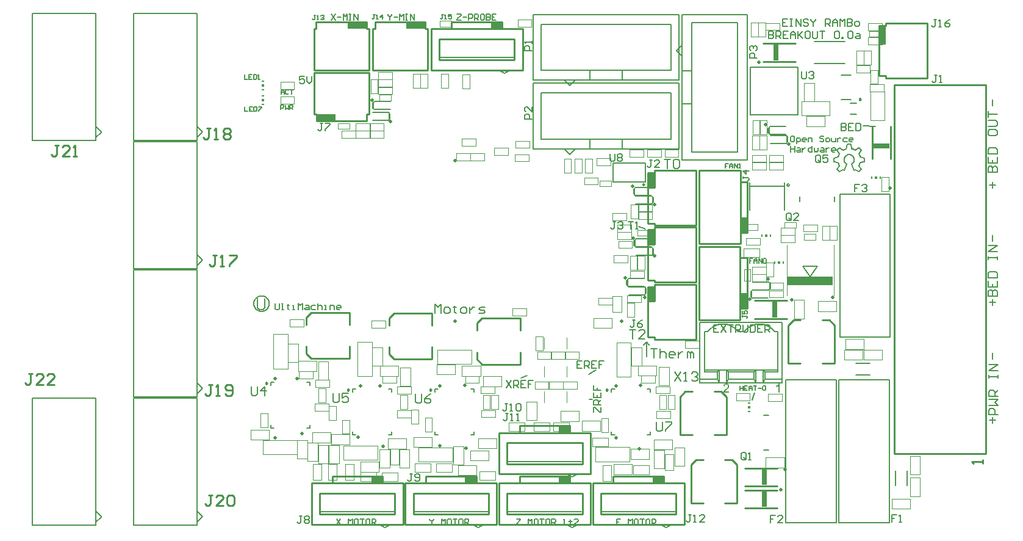
<source format=gto>
G04 Layer_Color=65535*
%FSLAX25Y25*%
%MOIN*%
G70*
G01*
G75*
%ADD11C,0.00800*%
%ADD54C,0.00600*%
%ADD57C,0.01000*%
%ADD77C,0.00700*%
%ADD126C,0.00984*%
%ADD127C,0.00500*%
%ADD128C,0.01968*%
%ADD129C,0.02000*%
%ADD130C,0.00787*%
%ADD131C,0.00197*%
%ADD132C,0.00200*%
%ADD133C,0.00400*%
%ADD134R,0.01200X0.01190*%
%ADD135R,0.01200X0.00600*%
%ADD136R,0.01200X0.00590*%
%ADD137R,0.02953X0.08790*%
%ADD138R,0.08790X0.02953*%
%ADD139R,0.24505X0.04921*%
%ADD140R,0.01190X0.01200*%
%ADD141R,0.00600X0.01200*%
%ADD142R,0.00590X0.01200*%
G36*
X188158Y220725D02*
X177853D01*
Y224475D01*
X188158D01*
Y220725D01*
D02*
G37*
G36*
X430904Y72500D02*
X430295D01*
Y76374D01*
X430292Y76370D01*
X430284Y76363D01*
X430274Y76352D01*
X430256Y76338D01*
X430234Y76320D01*
X430206Y76295D01*
X430173Y76270D01*
X430141Y76241D01*
X430098Y76213D01*
X430055Y76177D01*
X430009Y76144D01*
X429959Y76105D01*
X429901Y76069D01*
X429844Y76030D01*
X429715Y75951D01*
X429712Y75947D01*
X429701Y75940D01*
X429679Y75930D01*
X429654Y75919D01*
X429626Y75901D01*
X429590Y75880D01*
X429547Y75858D01*
X429504Y75833D01*
X429404Y75783D01*
X429296Y75733D01*
X429185Y75683D01*
X429078Y75640D01*
Y76227D01*
X429085Y76230D01*
X429099Y76237D01*
X429128Y76252D01*
X429164Y76270D01*
X429207Y76291D01*
X429260Y76320D01*
X429318Y76352D01*
X429379Y76388D01*
X429447Y76431D01*
X429518Y76474D01*
X429669Y76574D01*
X429823Y76685D01*
X429969Y76807D01*
X429973Y76810D01*
X429987Y76821D01*
X430005Y76839D01*
X430030Y76864D01*
X430062Y76896D01*
X430098Y76932D01*
X430138Y76975D01*
X430181Y77018D01*
X430224Y77068D01*
X430270Y77122D01*
X430360Y77233D01*
X430442Y77351D01*
X430478Y77412D01*
X430510Y77473D01*
X430904D01*
Y72500D01*
D02*
G37*
G36*
X401971Y77469D02*
X402022Y77465D01*
X402082Y77462D01*
X402150Y77451D01*
X402229Y77440D01*
X402312Y77422D01*
X402401Y77401D01*
X402491Y77376D01*
X402587Y77344D01*
X402680Y77304D01*
X402774Y77258D01*
X402863Y77208D01*
X402949Y77147D01*
X403031Y77075D01*
X403035Y77072D01*
X403049Y77057D01*
X403071Y77036D01*
X403096Y77004D01*
X403128Y76968D01*
X403164Y76921D01*
X403203Y76868D01*
X403242Y76807D01*
X403278Y76739D01*
X403318Y76664D01*
X403353Y76581D01*
X403386Y76495D01*
X403411Y76402D01*
X403432Y76306D01*
X403446Y76202D01*
X403450Y76094D01*
Y76091D01*
Y76080D01*
Y76066D01*
Y76044D01*
X403446Y76016D01*
X403443Y75987D01*
X403439Y75951D01*
X403436Y75912D01*
X403421Y75822D01*
X403400Y75722D01*
X403368Y75618D01*
X403328Y75511D01*
Y75507D01*
X403321Y75497D01*
X403314Y75482D01*
X403303Y75461D01*
X403293Y75436D01*
X403275Y75403D01*
X403257Y75368D01*
X403232Y75328D01*
X403207Y75285D01*
X403178Y75239D01*
X403106Y75135D01*
X403067Y75081D01*
X403024Y75024D01*
X402974Y74967D01*
X402924Y74906D01*
X402920Y74902D01*
X402910Y74891D01*
X402895Y74874D01*
X402870Y74849D01*
X402838Y74816D01*
X402799Y74777D01*
X402756Y74730D01*
X402702Y74677D01*
X402641Y74619D01*
X402569Y74555D01*
X402494Y74483D01*
X402408Y74405D01*
X402315Y74322D01*
X402215Y74233D01*
X402104Y74136D01*
X401986Y74036D01*
X401979Y74032D01*
X401961Y74014D01*
X401936Y73993D01*
X401900Y73961D01*
X401853Y73925D01*
X401807Y73882D01*
X401753Y73835D01*
X401696Y73785D01*
X401574Y73681D01*
X401517Y73628D01*
X401460Y73578D01*
X401406Y73527D01*
X401359Y73484D01*
X401316Y73445D01*
X401284Y73409D01*
X401277Y73402D01*
X401259Y73381D01*
X401230Y73348D01*
X401195Y73309D01*
X401155Y73259D01*
X401112Y73205D01*
X401069Y73144D01*
X401030Y73084D01*
X403457D01*
Y72500D01*
X400185D01*
Y72504D01*
Y72511D01*
Y72522D01*
Y72536D01*
Y72557D01*
X400189Y72579D01*
X400192Y72636D01*
X400199Y72697D01*
X400210Y72768D01*
X400228Y72844D01*
X400253Y72919D01*
Y72922D01*
X400260Y72933D01*
X400268Y72951D01*
X400278Y72976D01*
X400289Y73008D01*
X400307Y73044D01*
X400328Y73084D01*
X400350Y73127D01*
X400375Y73177D01*
X400407Y73227D01*
X400475Y73338D01*
X400557Y73456D01*
X400654Y73578D01*
X400658Y73581D01*
X400668Y73592D01*
X400683Y73610D01*
X400704Y73635D01*
X400733Y73667D01*
X400769Y73703D01*
X400808Y73746D01*
X400858Y73792D01*
X400912Y73846D01*
X400969Y73903D01*
X401034Y73964D01*
X401105Y74032D01*
X401184Y74100D01*
X401266Y74172D01*
X401356Y74247D01*
X401449Y74326D01*
X401452Y74329D01*
X401460Y74333D01*
X401470Y74344D01*
X401485Y74354D01*
X401503Y74372D01*
X401524Y74390D01*
X401578Y74437D01*
X401646Y74490D01*
X401717Y74559D01*
X401800Y74630D01*
X401886Y74709D01*
X401979Y74791D01*
X402068Y74877D01*
X402161Y74963D01*
X402247Y75052D01*
X402333Y75138D01*
X402408Y75221D01*
X402480Y75303D01*
X402537Y75378D01*
X402541Y75382D01*
X402548Y75396D01*
X402562Y75418D01*
X402584Y75443D01*
X402605Y75479D01*
X402627Y75518D01*
X402655Y75564D01*
X402680Y75615D01*
X402705Y75668D01*
X402734Y75726D01*
X402781Y75851D01*
X402799Y75915D01*
X402813Y75980D01*
X402820Y76044D01*
X402824Y76109D01*
Y76112D01*
Y76126D01*
Y76144D01*
X402820Y76170D01*
X402816Y76202D01*
X402809Y76237D01*
X402802Y76277D01*
X402791Y76320D01*
X402777Y76366D01*
X402759Y76416D01*
X402738Y76467D01*
X402713Y76517D01*
X402684Y76570D01*
X402648Y76621D01*
X402609Y76671D01*
X402562Y76717D01*
X402559Y76721D01*
X402552Y76728D01*
X402537Y76739D01*
X402516Y76757D01*
X402491Y76775D01*
X402458Y76796D01*
X402423Y76821D01*
X402383Y76842D01*
X402337Y76868D01*
X402287Y76889D01*
X402229Y76911D01*
X402172Y76929D01*
X402108Y76946D01*
X402040Y76957D01*
X401968Y76964D01*
X401893Y76968D01*
X401850D01*
X401821Y76964D01*
X401782Y76961D01*
X401739Y76954D01*
X401692Y76946D01*
X401639Y76936D01*
X401585Y76921D01*
X401528Y76903D01*
X401470Y76882D01*
X401409Y76857D01*
X401352Y76825D01*
X401295Y76789D01*
X401238Y76749D01*
X401188Y76703D01*
X401184Y76699D01*
X401177Y76692D01*
X401162Y76674D01*
X401148Y76656D01*
X401127Y76628D01*
X401105Y76595D01*
X401080Y76556D01*
X401059Y76513D01*
X401034Y76467D01*
X401009Y76409D01*
X400987Y76352D01*
X400966Y76288D01*
X400951Y76216D01*
X400937Y76141D01*
X400930Y76062D01*
X400926Y75976D01*
X400300Y76041D01*
Y76044D01*
Y76048D01*
X400303Y76059D01*
Y76073D01*
X400307Y76109D01*
X400318Y76155D01*
X400328Y76213D01*
X400343Y76280D01*
X400360Y76356D01*
X400382Y76434D01*
X400411Y76520D01*
X400443Y76606D01*
X400482Y76696D01*
X400529Y76785D01*
X400579Y76871D01*
X400640Y76954D01*
X400704Y77032D01*
X400779Y77104D01*
X400783Y77108D01*
X400797Y77118D01*
X400822Y77140D01*
X400855Y77161D01*
X400898Y77190D01*
X400948Y77222D01*
X401009Y77254D01*
X401077Y77290D01*
X401155Y77322D01*
X401238Y77355D01*
X401331Y77387D01*
X401431Y77415D01*
X401538Y77440D01*
X401653Y77458D01*
X401775Y77469D01*
X401903Y77473D01*
X401936D01*
X401971Y77469D01*
D02*
G37*
G36*
X237453Y271075D02*
X227148D01*
Y274825D01*
X237453D01*
Y271075D01*
D02*
G37*
G36*
X205353D02*
X195048D01*
Y274825D01*
X205353D01*
Y271075D01*
D02*
G37*
G36*
X489128Y262645D02*
X485378D01*
Y272950D01*
X489128D01*
Y262645D01*
D02*
G37*
G54D11*
X470178Y197200D02*
X470961Y197776D01*
X471492Y198590D01*
X471704Y199539D01*
X471570Y200501D01*
X471107Y201356D01*
X470374Y201994D01*
X469464Y202334D01*
X468492D01*
X467582Y201994D01*
X466849Y201356D01*
X466386Y200501D01*
X466252Y199539D01*
X466464Y198590D01*
X466995Y197776D01*
X467778Y197200D01*
X462878Y198100D02*
X463206Y197168D01*
X463678Y196300D01*
X463678Y202900D02*
X463204Y202033D01*
X462878Y201100D01*
X467478Y205600D02*
X466601Y205315D01*
X465778Y204900D01*
X472178Y204900D02*
X471309Y205370D01*
X470378Y205700D01*
X475178Y201100D02*
X474806Y202039D01*
X474278Y202900D01*
Y196300D02*
X474764Y197266D01*
X475078Y198300D01*
X436383Y185816D02*
X435839Y186565D01*
X434959Y186279D01*
Y185353D01*
X435839Y185067D01*
X436383Y185816D01*
X57461Y210104D02*
Y279553D01*
X22815D02*
X57461D01*
X22815Y210104D02*
Y279553D01*
Y210104D02*
X57461D01*
Y211757D02*
X60216Y214513D01*
X60413Y214710D01*
X57461Y217663D02*
X60413Y214710D01*
X374646Y259184D02*
X377633Y262171D01*
X374646Y259184D02*
X377633Y256198D01*
X476778Y218300D02*
X483378Y217900D01*
X442043Y176700D02*
Y179554D01*
X460991Y176700D02*
Y179554D01*
X422282Y60268D02*
X425136D01*
X422282Y41319D02*
X425136D01*
X313278Y205587D02*
X316265Y202600D01*
X319251Y205587D01*
X313278Y243087D02*
X316265Y240100D01*
X319251Y243087D01*
X466278Y193800D02*
X467778Y197200D01*
X465578Y194200D02*
X466278Y193800D01*
X463778Y193000D02*
X465578Y194200D01*
X462378Y194400D02*
X463778Y193000D01*
X462378Y194400D02*
X463578Y196200D01*
X460578Y198600D02*
X462778Y198200D01*
X460578Y198600D02*
Y200600D01*
X462878Y201000D01*
X462378Y204800D02*
X463678Y202900D01*
X462378Y204800D02*
X463778Y206200D01*
X465678Y204900D01*
X467478Y205600D02*
X467978Y208000D01*
X469878D01*
X470378Y205600D01*
X472178Y204900D02*
X474178Y206200D01*
X475578Y204800D01*
X474178Y202900D02*
X475578Y204800D01*
X475078Y201000D02*
X477278Y200600D01*
Y198600D02*
Y200600D01*
X475078Y198200D02*
X477278Y198600D01*
X474278Y196200D02*
X475578Y194400D01*
X474178Y193000D02*
X475578Y194400D01*
X472378Y194200D02*
X474178Y193000D01*
X471578Y193800D02*
X472378Y194200D01*
X470178Y197200D02*
X471578Y193800D01*
X414678Y185127D02*
X433627D01*
Y172115D02*
Y185127D01*
Y187096D01*
X414678Y185127D02*
Y187096D01*
Y172115D02*
Y185127D01*
X443811Y141419D02*
X451748D01*
X447811Y135951D02*
X451748Y141419D01*
X443811D02*
X447811Y135951D01*
X358203Y92125D02*
Y100025D01*
X356703Y98525D02*
X358203Y100025D01*
X359703Y98525D01*
X289503Y80325D02*
X292903Y81925D01*
X326603Y82625D02*
X330803Y84725D01*
X327003Y68825D02*
X328803Y68925D01*
X416103Y68325D02*
X417303Y72425D01*
X354103Y163125D02*
X357703Y161925D01*
X112598Y104D02*
Y69553D01*
X77953D02*
X112598D01*
X77953Y104D02*
Y69553D01*
Y104D02*
X112598D01*
Y1757D02*
X115354Y4513D01*
X115551Y4710D01*
X112598Y7663D02*
X115551Y4710D01*
X112618Y70104D02*
Y139553D01*
X77973D02*
X112618D01*
X77973Y70104D02*
Y139553D01*
Y70104D02*
X112618D01*
Y71758D02*
X115374Y74513D01*
X115571Y74710D01*
X112618Y77663D02*
X115571Y74710D01*
X112618Y140104D02*
Y209553D01*
X77973D02*
X112618D01*
X77973Y140104D02*
Y209553D01*
Y140104D02*
X112618D01*
Y141758D02*
X115374Y144513D01*
X115571Y144710D01*
X112618Y147663D02*
X115571Y144710D01*
X112618Y210104D02*
Y279553D01*
X77973D02*
X112618D01*
X77973Y210104D02*
Y279553D01*
Y210104D02*
X112618D01*
Y211757D02*
X115374Y214513D01*
X115571Y214710D01*
X112618Y217663D02*
X115571Y214710D01*
X57461Y104D02*
Y69553D01*
X22815D02*
X57461D01*
X22815Y104D02*
Y69553D01*
Y104D02*
X57461D01*
Y1757D02*
X60216Y4513D01*
X60413Y4710D01*
X57461Y7663D02*
X60413Y4710D01*
X363503Y56424D02*
Y52258D01*
X364336Y51425D01*
X366002D01*
X366835Y52258D01*
Y56424D01*
X368501D02*
X371834D01*
Y55590D01*
X368501Y52258D01*
Y51425D01*
X232078Y71698D02*
Y67533D01*
X232911Y66700D01*
X234577D01*
X235410Y67533D01*
Y71698D01*
X240409D02*
X238742Y70865D01*
X237076Y69199D01*
Y67533D01*
X237909Y66700D01*
X239576D01*
X240409Y67533D01*
Y68366D01*
X239576Y69199D01*
X237076D01*
X186878Y71998D02*
Y67833D01*
X187711Y67000D01*
X189377D01*
X190210Y67833D01*
Y71998D01*
X195209D02*
X191876D01*
Y69499D01*
X193543Y70332D01*
X194376D01*
X195209Y69499D01*
Y67833D01*
X194376Y67000D01*
X192709D01*
X191876Y67833D01*
X142178Y75898D02*
Y71733D01*
X143011Y70900D01*
X144677D01*
X145510Y71733D01*
Y75898D01*
X149676Y70900D02*
Y75898D01*
X147176Y73399D01*
X150509D01*
X373703Y83724D02*
X377035Y78725D01*
Y83724D02*
X373703Y78725D01*
X378701D02*
X380368D01*
X379535D01*
Y83724D01*
X378701Y82890D01*
X382867D02*
X383700Y83724D01*
X385366D01*
X386199Y82890D01*
Y82057D01*
X385366Y81224D01*
X384533D01*
X385366D01*
X386199Y80391D01*
Y79558D01*
X385366Y78725D01*
X383700D01*
X382867Y79558D01*
X181344Y219499D02*
X180011D01*
X180677D01*
Y216166D01*
X180011Y215500D01*
X179344D01*
X178678Y216166D01*
X182677Y219499D02*
X185343D01*
Y218832D01*
X182677Y216166D01*
Y215500D01*
X424902Y269944D02*
Y265945D01*
X426901D01*
X427567Y266611D01*
Y267278D01*
X426901Y267944D01*
X424902D01*
X426901D01*
X427567Y268611D01*
Y269277D01*
X426901Y269944D01*
X424902D01*
X428900Y265945D02*
Y269944D01*
X430900D01*
X431566Y269277D01*
Y267944D01*
X430900Y267278D01*
X428900D01*
X430233D02*
X431566Y265945D01*
X435565Y269944D02*
X432899D01*
Y265945D01*
X435565D01*
X432899Y267944D02*
X434232D01*
X436898Y265945D02*
Y268611D01*
X438231Y269944D01*
X439564Y268611D01*
Y265945D01*
Y267944D01*
X436898D01*
X440896Y269944D02*
Y265945D01*
Y267278D01*
X443562Y269944D01*
X441563Y267944D01*
X443562Y265945D01*
X446895Y269944D02*
X445562D01*
X444895Y269277D01*
Y266611D01*
X445562Y265945D01*
X446895D01*
X447561Y266611D01*
Y269277D01*
X446895Y269944D01*
X448894D02*
Y266611D01*
X449560Y265945D01*
X450893D01*
X451560Y266611D01*
Y269944D01*
X452892D02*
X455558D01*
X454225D01*
Y265945D01*
X460890Y269277D02*
X461556Y269944D01*
X462889D01*
X463556Y269277D01*
Y266611D01*
X462889Y265945D01*
X461556D01*
X460890Y266611D01*
Y269277D01*
X464889Y265945D02*
Y266611D01*
X465555D01*
Y265945D01*
X464889D01*
X468221Y269277D02*
X468887Y269944D01*
X470220D01*
X470887Y269277D01*
Y266611D01*
X470220Y265945D01*
X468887D01*
X468221Y266611D01*
Y269277D01*
X472886Y268611D02*
X474219D01*
X474885Y267944D01*
Y265945D01*
X472886D01*
X472220Y266611D01*
X472886Y267278D01*
X474885D01*
X360503Y96324D02*
X363835D01*
X362169D01*
Y91325D01*
X365501Y96324D02*
Y91325D01*
Y93824D01*
X366335Y94657D01*
X368001D01*
X368834Y93824D01*
Y91325D01*
X372999D02*
X371333D01*
X370500Y92158D01*
Y93824D01*
X371333Y94657D01*
X372999D01*
X373832Y93824D01*
Y92991D01*
X370500D01*
X375498Y94657D02*
Y91325D01*
Y92991D01*
X376331Y93824D01*
X377164Y94657D01*
X377997D01*
X380497Y91325D02*
Y94657D01*
X381330D01*
X382163Y93824D01*
Y91325D01*
Y93824D01*
X382996Y94657D01*
X383829Y93824D01*
Y91325D01*
X242578Y115700D02*
Y120698D01*
X244244Y119032D01*
X245910Y120698D01*
Y115700D01*
X248409D02*
X250076D01*
X250909Y116533D01*
Y118199D01*
X250076Y119032D01*
X248409D01*
X247576Y118199D01*
Y116533D01*
X248409Y115700D01*
X253408Y119865D02*
Y119032D01*
X252575D01*
X254241D01*
X253408D01*
Y116533D01*
X254241Y115700D01*
X257573D02*
X259239D01*
X260072Y116533D01*
Y118199D01*
X259239Y119032D01*
X257573D01*
X256740Y118199D01*
Y116533D01*
X257573Y115700D01*
X261738Y119032D02*
Y115700D01*
Y117366D01*
X262572Y118199D01*
X263405Y119032D01*
X264238D01*
X266737Y115700D02*
X269236D01*
X270069Y116533D01*
X269236Y117366D01*
X267570D01*
X266737Y118199D01*
X267570Y119032D01*
X270069D01*
X547379Y55700D02*
Y59032D01*
X545713Y57366D02*
X549045D01*
X547379Y90689D02*
Y94021D01*
X349003Y106824D02*
X352335D01*
X350669D01*
Y101825D01*
X357334D02*
X354001D01*
X357334Y105157D01*
Y105991D01*
X356501Y106824D01*
X354835D01*
X354001Y105991D01*
X367903Y199924D02*
X371235D01*
X369569D01*
Y194925D01*
X372902Y199091D02*
X373735Y199924D01*
X375401D01*
X376234Y199091D01*
Y195758D01*
X375401Y194925D01*
X373735D01*
X372902Y195758D01*
Y199091D01*
X435441Y276341D02*
X432776D01*
Y272342D01*
X435441D01*
X432776Y274342D02*
X434108D01*
X436774Y276341D02*
X438107D01*
X437441D01*
Y272342D01*
X436774D01*
X438107D01*
X440107D02*
Y276341D01*
X442772Y272342D01*
Y276341D01*
X446771Y275675D02*
X446105Y276341D01*
X444772D01*
X444105Y275675D01*
Y275008D01*
X444772Y274342D01*
X446105D01*
X446771Y273675D01*
Y273009D01*
X446105Y272342D01*
X444772D01*
X444105Y273009D01*
X448104Y276341D02*
Y275675D01*
X449437Y274342D01*
X450770Y275675D01*
Y276341D01*
X449437Y274342D02*
Y272342D01*
X456101D02*
Y276341D01*
X458101D01*
X458767Y275675D01*
Y274342D01*
X458101Y273675D01*
X456101D01*
X457434D02*
X458767Y272342D01*
X460100D02*
Y275008D01*
X461433Y276341D01*
X462766Y275008D01*
Y272342D01*
Y274342D01*
X460100D01*
X464099Y272342D02*
Y276341D01*
X465432Y275008D01*
X466765Y276341D01*
Y272342D01*
X468097Y276341D02*
Y272342D01*
X470097D01*
X470763Y273009D01*
Y273675D01*
X470097Y274342D01*
X468097D01*
X470097D01*
X470763Y275008D01*
Y275675D01*
X470097Y276341D01*
X468097D01*
X472763Y272342D02*
X474096D01*
X474762Y273009D01*
Y274342D01*
X474096Y275008D01*
X472763D01*
X472096Y274342D01*
Y273009D01*
X472763Y272342D01*
X550278Y60400D02*
X545280D01*
Y62899D01*
X546113Y63732D01*
X547779D01*
X548612Y62899D01*
Y60400D01*
X545280Y65398D02*
X550278D01*
X548612Y67064D01*
X550278Y68731D01*
X545280D01*
X550278Y70397D02*
X545280D01*
Y72896D01*
X546113Y73729D01*
X547779D01*
X548612Y72896D01*
Y70397D01*
Y72063D02*
X550278Y73729D01*
X545280Y80393D02*
Y82060D01*
Y81227D01*
X550278D01*
Y80393D01*
Y82060D01*
Y84559D02*
X545280D01*
X550278Y87891D01*
X545280D01*
X544880Y125300D02*
X549878D01*
Y127799D01*
X549045Y128632D01*
X548212D01*
X547379Y127799D01*
Y125300D01*
Y127799D01*
X546546Y128632D01*
X545713D01*
X544880Y127799D01*
Y125300D01*
Y133631D02*
Y130298D01*
X549878D01*
Y133631D01*
X547379Y130298D02*
Y131965D01*
X544880Y135297D02*
X549878D01*
Y137796D01*
X549045Y138629D01*
X545713D01*
X544880Y137796D01*
Y135297D01*
Y145293D02*
Y146960D01*
Y146127D01*
X549878D01*
Y145293D01*
Y146960D01*
Y149459D02*
X544880D01*
X549878Y152791D01*
X544880D01*
X547379Y120200D02*
Y123532D01*
X545713Y121866D02*
X549045D01*
X547379Y155189D02*
Y158521D01*
Y184200D02*
Y187532D01*
X545713Y185866D02*
X549045D01*
X547379Y229185D02*
Y232518D01*
X544880Y192800D02*
X549878D01*
Y195299D01*
X549045Y196132D01*
X548212D01*
X547379Y195299D01*
Y192800D01*
Y195299D01*
X546546Y196132D01*
X545713D01*
X544880Y195299D01*
Y192800D01*
Y201131D02*
Y197798D01*
X549878D01*
Y201131D01*
X547379Y197798D02*
Y199464D01*
X544880Y202797D02*
X549878D01*
Y205296D01*
X549045Y206129D01*
X545713D01*
X544880Y205296D01*
Y202797D01*
Y215293D02*
Y213627D01*
X545713Y212793D01*
X549045D01*
X549878Y213627D01*
Y215293D01*
X549045Y216126D01*
X545713D01*
X544880Y215293D01*
Y217792D02*
X549045D01*
X549878Y218625D01*
Y220291D01*
X549045Y221124D01*
X544880D01*
Y222790D02*
Y226122D01*
Y224456D01*
X549878D01*
G54D54*
X428378Y105700D02*
X427759Y106451D01*
X427072Y107141D01*
X426325Y107765D01*
X425523Y108316D01*
X424674Y108791D01*
X423784Y109186D01*
X422861Y109496D01*
X421914Y109720D01*
X420950Y109855D01*
X419978Y109900D01*
X419006Y109855D01*
X418042Y109720D01*
X417095Y109496D01*
X416172Y109186D01*
X415282Y108791D01*
X414433Y108316D01*
X413631Y107765D01*
X412884Y107141D01*
X412197Y106451D01*
X411578Y105700D01*
X408378D02*
X407759Y106451D01*
X407072Y107141D01*
X406325Y107765D01*
X405523Y108316D01*
X404674Y108791D01*
X403784Y109186D01*
X402861Y109496D01*
X401914Y109720D01*
X400950Y109855D01*
X399978Y109900D01*
X399006Y109855D01*
X398042Y109720D01*
X397094Y109496D01*
X396172Y109186D01*
X395282Y108791D01*
X394433Y108316D01*
X393631Y107765D01*
X392884Y107141D01*
X392197Y106451D01*
X391578Y105700D01*
X357563Y187507D02*
Y197743D01*
X340043D02*
X357563D01*
X340043Y187507D02*
Y197743D01*
Y187507D02*
X357563D01*
X377633Y199368D02*
Y278974D01*
Y199368D02*
X413460D01*
Y278974D01*
X377633D02*
X413460D01*
X377633Y248029D02*
X382948D01*
X377633Y230313D02*
X382948D01*
X180203Y7425D02*
X220382D01*
X215303Y-1175D02*
X218303Y525D01*
X212303D02*
X215303Y-1175D01*
X263484Y525D02*
X266484Y-1175D01*
X269484Y525D01*
X231384Y7425D02*
X271563D01*
X282565Y34984D02*
X322744D01*
X317665Y26384D02*
X320665Y28084D01*
X314665D02*
X317665Y26384D01*
X314665Y525D02*
X317665Y-1175D01*
X320665Y525D01*
X282565Y7425D02*
X322744D01*
X333786Y7465D02*
X373965D01*
X368886Y-1135D02*
X371886Y565D01*
X365886D02*
X368886Y-1135D01*
X277498Y248568D02*
X280498Y246868D01*
X283498Y248568D01*
X245398Y255468D02*
X285577D01*
X296475Y205587D02*
X376081D01*
Y241413D01*
X296475D02*
X376081D01*
X296475Y205587D02*
Y241413D01*
X327420Y205587D02*
Y210902D01*
X345136Y205587D02*
Y210902D01*
X296475Y243087D02*
X376081D01*
Y278913D01*
X296475D02*
X376081D01*
X296475Y243087D02*
Y278913D01*
X327420Y243087D02*
Y248402D01*
X345136Y243087D02*
Y248402D01*
X387478Y110900D02*
X432478D01*
Y77900D02*
Y79900D01*
Y110900D01*
X429978Y84900D02*
Y105900D01*
Y83900D02*
Y84900D01*
X408478Y105900D02*
X411478D01*
X428278D02*
X429978D01*
X421978Y84900D02*
X429978D01*
X417978D02*
X421978D01*
X401978D02*
X417978D01*
X397978D02*
X401978D01*
X421978Y77900D02*
X432478D01*
X417978D02*
X421978D01*
X401978D02*
X417978D01*
X397978D02*
X401978D01*
X422978Y79900D02*
X432478D01*
X402978D02*
X416978D01*
X402978Y83900D02*
X416978D01*
X422978D02*
X429978D01*
X417978Y77900D02*
Y84900D01*
X421978Y77900D02*
Y84900D01*
X422978Y79900D02*
Y83900D01*
X416978Y79900D02*
Y83900D01*
Y79900D02*
X417978Y77900D01*
X421978D02*
X422978Y79900D01*
X421978Y84900D02*
X422978Y83900D01*
X416978D02*
X417978Y84900D01*
X389978Y105900D02*
X391478D01*
X401978Y77900D02*
Y84900D01*
X397978Y77900D02*
Y84900D01*
X396978Y79900D02*
Y83900D01*
Y79900D02*
X397978Y77900D01*
X396978Y83900D02*
X397978Y84900D01*
X401978Y77900D02*
X402978Y79900D01*
Y83900D01*
X401978Y84900D02*
X402978Y83900D01*
X389978D02*
Y84900D01*
X396978Y83900D02*
X397978Y84900D01*
X396978Y79900D02*
X397978Y77900D01*
X389978Y83900D02*
X396978D01*
X387478Y79900D02*
X396978D01*
X389978Y84900D02*
X397978D01*
X389978Y105900D02*
X391678D01*
X389978Y84900D02*
Y105900D01*
X387478Y79900D02*
Y110900D01*
Y77900D02*
Y79900D01*
Y77900D02*
X397978D01*
X410904Y190558D02*
Y189392D01*
Y189975D01*
X413820D01*
X414403Y189392D01*
Y188808D01*
X413820Y188225D01*
X414403Y193473D02*
X410904D01*
X412654Y191724D01*
Y194057D01*
X254703Y279024D02*
X256836D01*
Y278491D01*
X254703Y276358D01*
Y275825D01*
X256836D01*
X257902Y277425D02*
X260035D01*
X261101Y275825D02*
Y279024D01*
X262701D01*
X263234Y278491D01*
Y277425D01*
X262701Y276891D01*
X261101D01*
X264300Y275825D02*
Y279024D01*
X265899D01*
X266433Y278491D01*
Y277425D01*
X265899Y276891D01*
X264300D01*
X265366D02*
X266433Y275825D01*
X269098Y279024D02*
X268032D01*
X267499Y278491D01*
Y276358D01*
X268032Y275825D01*
X269098D01*
X269632Y276358D01*
Y278491D01*
X269098Y279024D01*
X270698D02*
Y275825D01*
X272298D01*
X272831Y276358D01*
Y276891D01*
X272298Y277425D01*
X270698D01*
X272298D01*
X272831Y277958D01*
Y278491D01*
X272298Y279024D01*
X270698D01*
X276030D02*
X273897D01*
Y275825D01*
X276030D01*
X273897Y277425D02*
X274963D01*
X217003Y279024D02*
Y278491D01*
X218070Y277425D01*
X219136Y278491D01*
Y279024D01*
X218070Y277425D02*
Y275825D01*
X220202Y277425D02*
X222335D01*
X223401Y275825D02*
Y279024D01*
X224467Y277958D01*
X225534Y279024D01*
Y275825D01*
X226600Y279024D02*
X227666D01*
X227133D01*
Y275825D01*
X226600D01*
X227666D01*
X229266D02*
Y279024D01*
X231399Y275825D01*
Y279024D01*
X186103D02*
X188236Y275825D01*
Y279024D02*
X186103Y275825D01*
X189302Y277425D02*
X191435D01*
X192501Y275825D02*
Y279024D01*
X193567Y277958D01*
X194634Y279024D01*
Y275825D01*
X195700Y279024D02*
X196766D01*
X196233D01*
Y275825D01*
X195700D01*
X196766D01*
X198366D02*
Y279024D01*
X200499Y275825D01*
Y279024D01*
X145778Y123898D02*
Y118900D01*
X146778Y117900D01*
X148777D01*
X149777Y118900D01*
Y123898D01*
X189003Y3624D02*
X191136Y425D01*
Y3624D02*
X189003Y425D01*
X195401D02*
Y3624D01*
X196467Y2558D01*
X197534Y3624D01*
Y425D01*
X200200Y3624D02*
X199133D01*
X198600Y3091D01*
Y958D01*
X199133Y425D01*
X200200D01*
X200733Y958D01*
Y3091D01*
X200200Y3624D01*
X201799D02*
X203932D01*
X202865D01*
Y425D01*
X206597Y3624D02*
X205531D01*
X204998Y3091D01*
Y958D01*
X205531Y425D01*
X206597D01*
X207131Y958D01*
Y3091D01*
X206597Y3624D01*
X208197Y425D02*
Y3624D01*
X209797D01*
X210330Y3091D01*
Y2025D01*
X209797Y1491D01*
X208197D01*
X209263D02*
X210330Y425D01*
X287278Y3599D02*
X289411D01*
Y3066D01*
X287278Y933D01*
Y400D01*
X289411D01*
X293676D02*
Y3599D01*
X294742Y2533D01*
X295809Y3599D01*
Y400D01*
X298474Y3599D02*
X297408D01*
X296875Y3066D01*
Y933D01*
X297408Y400D01*
X298474D01*
X299008Y933D01*
Y3066D01*
X298474Y3599D01*
X300074D02*
X302206D01*
X301140D01*
Y400D01*
X304872Y3599D02*
X303806D01*
X303273Y3066D01*
Y933D01*
X303806Y400D01*
X304872D01*
X305405Y933D01*
Y3066D01*
X304872Y3599D01*
X306472Y400D02*
Y3599D01*
X308071D01*
X308604Y3066D01*
Y2000D01*
X308071Y1466D01*
X306472D01*
X307538D02*
X308604Y400D01*
X312870D02*
X313936D01*
X313403D01*
Y3599D01*
X312870Y3066D01*
X315535Y2000D02*
X317668D01*
X316602Y3066D02*
Y933D01*
X320867Y400D02*
X318735D01*
X320867Y2533D01*
Y3066D01*
X320334Y3599D01*
X319268D01*
X318735Y3066D01*
X239778Y3599D02*
Y3066D01*
X240844Y2000D01*
X241911Y3066D01*
Y3599D01*
X240844Y2000D02*
Y400D01*
X246176D02*
Y3599D01*
X247242Y2533D01*
X248308Y3599D01*
Y400D01*
X250974Y3599D02*
X249908D01*
X249375Y3066D01*
Y933D01*
X249908Y400D01*
X250974D01*
X251507Y933D01*
Y3066D01*
X250974Y3599D01*
X252574D02*
X254707D01*
X253640D01*
Y400D01*
X257372Y3599D02*
X256306D01*
X255773Y3066D01*
Y933D01*
X256306Y400D01*
X257372D01*
X257906Y933D01*
Y3066D01*
X257372Y3599D01*
X258972Y400D02*
Y3599D01*
X260571D01*
X261104Y3066D01*
Y2000D01*
X260571Y1466D01*
X258972D01*
X260038D02*
X261104Y400D01*
X437078Y207099D02*
Y203900D01*
Y205500D01*
X439211D01*
Y207099D01*
Y203900D01*
X440810Y206033D02*
X441876D01*
X442410Y205500D01*
Y203900D01*
X440810D01*
X440277Y204433D01*
X440810Y204966D01*
X442410D01*
X443476Y206033D02*
Y203900D01*
Y204966D01*
X444009Y205500D01*
X444542Y206033D01*
X445075D01*
X448807Y207099D02*
Y203900D01*
X447208D01*
X446675Y204433D01*
Y205500D01*
X447208Y206033D01*
X448807D01*
X449874D02*
Y204433D01*
X450407Y203900D01*
X450940Y204433D01*
X451473Y203900D01*
X452006Y204433D01*
Y206033D01*
X453606D02*
X454672D01*
X455205Y205500D01*
Y203900D01*
X453606D01*
X453073Y204433D01*
X453606Y204966D01*
X455205D01*
X456272Y206033D02*
Y203900D01*
Y204966D01*
X456805Y205500D01*
X457338Y206033D01*
X457871D01*
X461070Y203900D02*
X460004D01*
X459471Y204433D01*
Y205500D01*
X460004Y206033D01*
X461070D01*
X461603Y205500D01*
Y204966D01*
X459471D01*
X438577Y212599D02*
X437511D01*
X436978Y212066D01*
Y209933D01*
X437511Y209400D01*
X438577D01*
X439111Y209933D01*
Y212066D01*
X438577Y212599D01*
X440177Y208334D02*
Y211533D01*
X441776D01*
X442310Y210999D01*
Y209933D01*
X441776Y209400D01*
X440177D01*
X444975D02*
X443909D01*
X443376Y209933D01*
Y210999D01*
X443909Y211533D01*
X444975D01*
X445508Y210999D01*
Y210466D01*
X443376D01*
X446575Y209400D02*
Y211533D01*
X448174D01*
X448707Y210999D01*
Y209400D01*
X455105Y212066D02*
X454572Y212599D01*
X453506D01*
X452973Y212066D01*
Y211533D01*
X453506Y210999D01*
X454572D01*
X455105Y210466D01*
Y209933D01*
X454572Y209400D01*
X453506D01*
X452973Y209933D01*
X456705Y209400D02*
X457771D01*
X458304Y209933D01*
Y210999D01*
X457771Y211533D01*
X456705D01*
X456172Y210999D01*
Y209933D01*
X456705Y209400D01*
X459371Y211533D02*
Y209933D01*
X459904Y209400D01*
X461503D01*
Y211533D01*
X462570D02*
Y209400D01*
Y210466D01*
X463103Y210999D01*
X463636Y211533D01*
X464169D01*
X467901D02*
X466302D01*
X465769Y210999D01*
Y209933D01*
X466302Y209400D01*
X467901D01*
X470567D02*
X469501D01*
X468968Y209933D01*
Y210999D01*
X469501Y211533D01*
X470567D01*
X471100Y210999D01*
Y210466D01*
X468968D01*
X344111Y3399D02*
X341978D01*
Y200D01*
X344111D01*
X341978Y1799D02*
X343044D01*
X348376Y200D02*
Y3399D01*
X349442Y2333D01*
X350508Y3399D01*
Y200D01*
X353174Y3399D02*
X352108D01*
X351575Y2866D01*
Y733D01*
X352108Y200D01*
X353174D01*
X353708Y733D01*
Y2866D01*
X353174Y3399D01*
X354774D02*
X356907D01*
X355840D01*
Y200D01*
X359572Y3399D02*
X358506D01*
X357973Y2866D01*
Y733D01*
X358506Y200D01*
X359572D01*
X360105Y733D01*
Y2866D01*
X359572Y3399D01*
X361172Y200D02*
Y3399D01*
X362771D01*
X363304Y2866D01*
Y1799D01*
X362771Y1266D01*
X361172D01*
X362238D02*
X363304Y200D01*
G54D57*
X493578Y39050D02*
X543578D01*
Y240550D01*
X493578D02*
X543578D01*
X493578Y39050D02*
Y240550D01*
X405021Y35811D02*
X407776Y33055D01*
X407776Y12189D02*
Y33055D01*
X401084Y35811D02*
X405021D01*
X382579Y12189D02*
Y33055D01*
X382579D02*
X385335Y35811D01*
X389272D01*
X382579Y12189D02*
X389272D01*
X401084D02*
X407776D01*
X265731Y110343D02*
X268487Y113098D01*
Y113098D02*
X289353D01*
X265731Y106405D02*
Y110343D01*
X268487Y87902D02*
X289353D01*
X265731Y90658D02*
X268487Y87902D01*
X265731Y90658D02*
Y94595D01*
X289353Y87902D02*
Y94595D01*
Y106405D02*
Y113098D01*
X217528Y113168D02*
X220284Y115924D01*
Y115924D02*
X241150D01*
X217528Y109231D02*
Y113168D01*
X220284Y90727D02*
X241150D01*
X217528Y93483D02*
X220284Y90727D01*
X217528Y93483D02*
Y97420D01*
X241150Y90727D02*
Y97420D01*
Y109231D02*
Y115924D01*
X399120Y73011D02*
X401876Y70255D01*
X401876Y49389D02*
Y70255D01*
X395183Y73011D02*
X399120D01*
X376679Y49389D02*
Y70255D01*
X376679D02*
X379435Y73011D01*
X383372D01*
X376679Y49389D02*
X383372D01*
X395183D02*
X401876D01*
X458220Y112011D02*
X460976Y109255D01*
X460976Y88389D02*
Y109255D01*
X454284Y112011D02*
X458220D01*
X435779Y88389D02*
Y109255D01*
X435779D02*
X438535Y112011D01*
X442473D01*
X435779Y88389D02*
X442473D01*
X454284D02*
X460976D01*
X172367Y113542D02*
X175123Y116298D01*
Y116298D02*
X195989D01*
X172367Y109606D02*
Y113542D01*
X175123Y91102D02*
X195989D01*
X172367Y93858D02*
X175123Y91102D01*
X172367Y93858D02*
Y97795D01*
X195989Y91102D02*
Y97795D01*
Y109606D02*
Y116298D01*
X175303Y23075D02*
X186503D01*
Y26825D01*
X214053Y23075D02*
X225303D01*
Y525D02*
Y23075D01*
X175303Y525D02*
X225303D01*
X175303D02*
Y23075D01*
X220815Y6025D02*
Y17534D01*
X179703Y6025D02*
X220815D01*
X179703D02*
Y17534D01*
X220815D01*
X186430Y23048D02*
X213980D01*
X186503Y26825D02*
X214053D01*
Y23075D02*
Y26825D01*
X208303Y25825D02*
X214053D01*
X208303Y23048D02*
Y26825D01*
Y24825D02*
X213953D01*
X208303Y23925D02*
X214053D01*
X259484D02*
X265234D01*
X259484Y24825D02*
X265134D01*
X259484Y23048D02*
Y26825D01*
Y25825D02*
X265234D01*
Y23075D02*
Y26825D01*
X237684D02*
X265234D01*
X237611Y23048D02*
X265161D01*
X230884Y17534D02*
X271996D01*
X230884Y6025D02*
Y17534D01*
Y6025D02*
X271996D01*
Y17534D01*
X226484Y525D02*
Y23075D01*
Y525D02*
X276484D01*
Y23075D01*
X265234D02*
X276484D01*
X237684D02*
Y26825D01*
X226484Y23075D02*
X237684D01*
X277665Y50634D02*
X288865D01*
Y54384D01*
X316415Y50634D02*
X327665D01*
Y28084D02*
Y50634D01*
X277665Y28084D02*
X327665D01*
X277665D02*
Y50634D01*
X323177Y33584D02*
Y45093D01*
X282065Y33584D02*
X323177D01*
X282065D02*
Y45093D01*
X323177D01*
X288792Y50607D02*
X316342D01*
X288865Y54384D02*
X316415D01*
Y50634D02*
Y54384D01*
X310665Y53384D02*
X316415D01*
X310665Y50607D02*
Y54384D01*
Y52384D02*
X316315D01*
X310665Y51484D02*
X316415D01*
X310665Y23925D02*
X316415D01*
X310665Y24825D02*
X316315D01*
X310665Y23048D02*
Y26825D01*
Y25825D02*
X316415D01*
Y23075D02*
Y26825D01*
X288865D02*
X316415D01*
X288792Y23048D02*
X316342D01*
X282065Y17534D02*
X323177D01*
X282065Y6025D02*
Y17534D01*
Y6025D02*
X323177D01*
Y17534D01*
X277665Y525D02*
Y23075D01*
Y525D02*
X327665D01*
Y23075D01*
X316415D02*
X327665D01*
X288865D02*
Y26825D01*
X277665Y23075D02*
X288865D01*
X328886Y23115D02*
X340086D01*
Y26865D01*
X367636Y23115D02*
X378886D01*
Y565D02*
Y23115D01*
X328886Y565D02*
X378886D01*
X328886D02*
Y23115D01*
X374398Y6065D02*
Y17573D01*
X333286Y6065D02*
X374398D01*
X333286D02*
Y17573D01*
X374398D01*
X340012Y23087D02*
X367562D01*
X340086Y26865D02*
X367636D01*
Y23115D02*
Y26865D01*
X361886Y25865D02*
X367636D01*
X361886Y23087D02*
Y26865D01*
Y24865D02*
X367536D01*
X361886Y23965D02*
X367636D01*
X273498Y271968D02*
X279248D01*
X273498Y272868D02*
X279148D01*
X273498Y271090D02*
Y274868D01*
Y273868D02*
X279248D01*
Y271118D02*
Y274868D01*
X251698D02*
X279248D01*
X251625Y271090D02*
X279175D01*
X244898Y265576D02*
X286010D01*
X244898Y254068D02*
Y265576D01*
Y254068D02*
X286010D01*
Y265576D01*
X240498Y248568D02*
Y271118D01*
Y248568D02*
X290498D01*
Y271118D01*
X279248D02*
X290498D01*
X251698D02*
Y274868D01*
X240498Y271118D02*
X251698D01*
X208703Y248525D02*
Y271075D01*
Y248525D02*
X238703D01*
Y271075D01*
X237453D02*
X238703D01*
X237453D02*
Y274825D01*
X209903D02*
X237453D01*
X209903Y271075D02*
Y274825D01*
X208703Y271075D02*
X209903D01*
X176603Y248525D02*
Y271075D01*
Y248525D02*
X206603D01*
Y271075D01*
X205353D02*
X206603D01*
X205353D02*
Y274825D01*
X177803D02*
X205353D01*
X177803Y271075D02*
Y274825D01*
X176603Y271075D02*
X177803D01*
X409428Y118550D02*
Y126457D01*
X413178D01*
X412224Y118557D02*
Y126457D01*
X411303Y118577D02*
Y126457D01*
X410324Y118550D02*
Y126457D01*
X409528Y159950D02*
Y167857D01*
X413278D01*
X412324Y159957D02*
Y167857D01*
X411403Y159977D02*
Y167857D01*
X410424Y159950D02*
Y167857D01*
X362667Y184609D02*
Y192515D01*
X358917Y184609D02*
X362667D01*
X359872D02*
Y192509D01*
X360792Y184609D02*
Y192488D01*
X361772Y184609D02*
Y192515D01*
X362667Y153506D02*
Y161413D01*
X358917Y153506D02*
X362667D01*
X359872D02*
Y161406D01*
X360792Y153506D02*
Y161386D01*
X361772Y153506D02*
Y161413D01*
X362667Y122404D02*
Y130311D01*
X358917Y122404D02*
X362667D01*
X359872D02*
Y130304D01*
X360792Y122404D02*
Y130283D01*
X361772Y122404D02*
Y130311D01*
X409428Y118550D02*
Y146100D01*
X386878Y152300D02*
X409428D01*
X386878Y112300D02*
Y152300D01*
Y112300D02*
X409428D01*
Y118550D01*
X413178D01*
Y146100D01*
X409428D02*
X413178D01*
X409428D02*
Y152300D01*
X409528Y159950D02*
Y187500D01*
X386978Y193700D02*
X409528D01*
X386978Y153700D02*
Y193700D01*
Y153700D02*
X409528D01*
Y159950D01*
X413278D01*
Y187500D01*
X409528D02*
X413278D01*
X409528D02*
Y193700D01*
X362667Y163765D02*
X385217D01*
Y193765D01*
X362667D02*
X385217D01*
X362667Y192515D02*
Y193765D01*
X358917Y192515D02*
X362667D01*
X358917Y164965D02*
Y192515D01*
Y164965D02*
X362667D01*
Y163765D02*
Y164965D01*
Y101561D02*
X385217D01*
Y131561D01*
X362667D02*
X385217D01*
X362667Y130311D02*
Y131561D01*
X358917Y130311D02*
X362667D01*
X358917Y102761D02*
Y130311D01*
Y102761D02*
X362667D01*
Y101561D02*
Y102761D01*
X489128Y244200D02*
X511678D01*
Y274200D01*
X489128D02*
X511678D01*
X489128Y272950D02*
Y274200D01*
X485378Y272950D02*
X489128D01*
X485378Y245400D02*
Y272950D01*
Y245400D02*
X489128D01*
Y244200D02*
Y245400D01*
X422020Y253179D02*
X439778D01*
X422020Y263100D02*
X439778D01*
X411950Y31289D02*
X429708D01*
X411950Y21368D02*
X429708D01*
X491524Y200067D02*
Y217825D01*
X481603Y200067D02*
Y217825D01*
X417378Y122821D02*
X435136D01*
X417378Y112900D02*
X435136D01*
X362667Y132663D02*
X385217D01*
Y162663D01*
X362667D02*
X385217D01*
X362667Y161413D02*
Y162663D01*
X358917Y161413D02*
X362667D01*
X358917Y133863D02*
Y161413D01*
Y133863D02*
X362667D01*
Y132663D02*
Y133863D01*
X206603Y224475D02*
Y247025D01*
X176603D02*
X206603D01*
X176603Y224475D02*
Y247025D01*
Y224475D02*
X177853D01*
Y220725D02*
Y224475D01*
Y220725D02*
X205403D01*
Y224475D01*
X206603D01*
X411859Y9383D02*
X429617D01*
X411859Y19304D02*
X429617D01*
X36971Y207376D02*
X34972D01*
X35972D01*
Y202378D01*
X34972Y201378D01*
X33972D01*
X32972Y202378D01*
X42969Y201378D02*
X38971D01*
X42969Y205377D01*
Y206376D01*
X41969Y207376D01*
X39970D01*
X38971Y206376D01*
X44969Y201378D02*
X46968D01*
X45968D01*
Y207376D01*
X44969Y206376D01*
X123290Y147534D02*
X121291D01*
X122290D01*
Y142535D01*
X121291Y141535D01*
X120291D01*
X119291Y142535D01*
X125289Y141535D02*
X127289D01*
X126289D01*
Y147534D01*
X125289Y146534D01*
X130288Y147534D02*
X134286D01*
Y146534D01*
X130288Y142535D01*
Y141535D01*
X119944Y216726D02*
X117944D01*
X118944D01*
Y211728D01*
X117944Y210728D01*
X116945D01*
X115945Y211728D01*
X121943Y210728D02*
X123942D01*
X122943D01*
Y216726D01*
X121943Y215727D01*
X126941D02*
X127941Y216726D01*
X129940D01*
X130940Y215727D01*
Y214727D01*
X129940Y213727D01*
X130940Y212728D01*
Y211728D01*
X129940Y210728D01*
X127941D01*
X126941Y211728D01*
Y212728D01*
X127941Y213727D01*
X126941Y214727D01*
Y215727D01*
X127941Y213727D02*
X129940D01*
X121125Y76667D02*
X119125D01*
X120125D01*
Y71669D01*
X119125Y70669D01*
X118126D01*
X117126Y71669D01*
X123124Y70669D02*
X125123D01*
X124124D01*
Y76667D01*
X123124Y75668D01*
X128122Y71669D02*
X129122Y70669D01*
X131122D01*
X132121Y71669D01*
Y75668D01*
X131122Y76667D01*
X129122D01*
X128122Y75668D01*
Y74668D01*
X129122Y73668D01*
X132121D01*
X120829Y16653D02*
X118830D01*
X119830D01*
Y11655D01*
X118830Y10655D01*
X117830D01*
X116831Y11655D01*
X126828Y10655D02*
X122829D01*
X126828Y14654D01*
Y15653D01*
X125828Y16653D01*
X123828D01*
X122829Y15653D01*
X128827D02*
X129826Y16653D01*
X131826D01*
X132826Y15653D01*
Y11655D01*
X131826Y10655D01*
X129826D01*
X128827Y11655D01*
Y15653D01*
X22798Y82671D02*
X20799D01*
X21798D01*
Y77673D01*
X20799Y76673D01*
X19799D01*
X18799Y77673D01*
X28796Y76673D02*
X24797D01*
X28796Y80672D01*
Y81672D01*
X27796Y82671D01*
X25797D01*
X24797Y81672D01*
X34794Y76673D02*
X30795D01*
X34794Y80672D01*
Y81672D01*
X33794Y82671D01*
X31795D01*
X30795Y81672D01*
X542078Y33900D02*
Y35899D01*
Y34900D01*
X536080D01*
X537080Y33900D01*
G54D77*
X415086Y224108D02*
Y250092D01*
Y224108D02*
X441070D01*
Y250092D01*
X415086D02*
X441070D01*
X442978Y247699D02*
Y244366D01*
X443644Y243700D01*
X444977D01*
X445644Y244366D01*
Y247699D01*
X446977Y247032D02*
X447643Y247699D01*
X448976D01*
X449643Y247032D01*
Y246366D01*
X448976Y245699D01*
X448310D01*
X448976D01*
X449643Y245033D01*
Y244366D01*
X448976Y243700D01*
X447643D01*
X446977Y244366D01*
X516844Y245899D02*
X515511D01*
X516177D01*
Y242566D01*
X515511Y241900D01*
X514844D01*
X514178Y242566D01*
X518177Y241900D02*
X519510D01*
X518843D01*
Y245899D01*
X518177Y245232D01*
X382569Y5824D02*
X381236D01*
X381903D01*
Y2492D01*
X381236Y1825D01*
X380570D01*
X379903Y2492D01*
X383902Y1825D02*
X385235D01*
X384568D01*
Y5824D01*
X383902Y5158D01*
X389900Y1825D02*
X387234D01*
X389900Y4491D01*
Y5158D01*
X389233Y5824D01*
X387901D01*
X387234Y5158D01*
X282569Y61124D02*
X281236D01*
X281903D01*
Y57792D01*
X281236Y57125D01*
X280570D01*
X279903Y57792D01*
X283902Y57125D02*
X285235D01*
X284568D01*
Y61124D01*
X283902Y60457D01*
X287234Y57125D02*
X288567D01*
X287901D01*
Y61124D01*
X287234Y60457D01*
X282169Y66424D02*
X280836D01*
X281503D01*
Y63092D01*
X280836Y62425D01*
X280170D01*
X279503Y63092D01*
X283502Y62425D02*
X284835D01*
X284168D01*
Y66424D01*
X283502Y65758D01*
X286834D02*
X287501Y66424D01*
X288833D01*
X289500Y65758D01*
Y63092D01*
X288833Y62425D01*
X287501D01*
X286834Y63092D01*
Y65758D01*
X230169Y28224D02*
X228836D01*
X229503D01*
Y24892D01*
X228836Y24225D01*
X228170D01*
X227503Y24892D01*
X231502D02*
X232168Y24225D01*
X233501D01*
X234168Y24892D01*
Y27558D01*
X233501Y28224D01*
X232168D01*
X231502Y27558D01*
Y26891D01*
X232168Y26224D01*
X234168D01*
X170069Y5024D02*
X168736D01*
X169403D01*
Y1692D01*
X168736Y1025D01*
X168070D01*
X167403Y1692D01*
X171402Y4358D02*
X172068Y5024D01*
X173401D01*
X174068Y4358D01*
Y3691D01*
X173401Y3025D01*
X174068Y2358D01*
Y1692D01*
X173401Y1025D01*
X172068D01*
X171402Y1692D01*
Y2358D01*
X172068Y3025D01*
X171402Y3691D01*
Y4358D01*
X172068Y3025D02*
X173401D01*
X351969Y112224D02*
X350636D01*
X351303D01*
Y108892D01*
X350636Y108225D01*
X349970D01*
X349303Y108892D01*
X355968Y112224D02*
X354635Y111557D01*
X353302Y110224D01*
Y108892D01*
X353968Y108225D01*
X355301D01*
X355968Y108892D01*
Y109558D01*
X355301Y110224D01*
X353302D01*
X341369Y165924D02*
X340036D01*
X340703D01*
Y162592D01*
X340036Y161925D01*
X339370D01*
X338703Y162592D01*
X342702Y165258D02*
X343368Y165924D01*
X344701D01*
X345368Y165258D01*
Y164591D01*
X344701Y163925D01*
X344035D01*
X344701D01*
X345368Y163258D01*
Y162592D01*
X344701Y161925D01*
X343368D01*
X342702Y162592D01*
X361169Y199324D02*
X359836D01*
X360503D01*
Y195992D01*
X359836Y195325D01*
X359170D01*
X358503Y195992D01*
X365168Y195325D02*
X362502D01*
X365168Y197991D01*
Y198658D01*
X364501Y199324D01*
X363168D01*
X362502Y198658D01*
X437244Y167192D02*
Y169858D01*
X436577Y170524D01*
X435244D01*
X434578Y169858D01*
Y167192D01*
X435244Y166525D01*
X436577D01*
X435911Y167858D02*
X437244Y166525D01*
X436577D02*
X437244Y167192D01*
X441243Y166525D02*
X438577D01*
X441243Y169191D01*
Y169858D01*
X440576Y170524D01*
X439243D01*
X438577Y169858D01*
X412769Y36592D02*
Y39257D01*
X412103Y39924D01*
X410770D01*
X410103Y39257D01*
Y36592D01*
X410770Y35925D01*
X412103D01*
X411436Y37258D02*
X412769Y35925D01*
X412103D02*
X412769Y36592D01*
X414102Y35925D02*
X415435D01*
X414768D01*
Y39924D01*
X414102Y39257D01*
X453244Y198767D02*
Y201432D01*
X452577Y202099D01*
X451244D01*
X450578Y201432D01*
Y198767D01*
X451244Y198100D01*
X452577D01*
X451911Y199433D02*
X453244Y198100D01*
X452577D02*
X453244Y198767D01*
X457242Y202099D02*
X454577D01*
Y200099D01*
X455910Y200766D01*
X456576D01*
X457242Y200099D01*
Y198767D01*
X456576Y198100D01*
X455243D01*
X454577Y198767D01*
X428744Y5499D02*
X426078D01*
Y3499D01*
X427411D01*
X426078D01*
Y1500D01*
X432743D02*
X430077D01*
X432743Y4166D01*
Y4832D01*
X432076Y5499D01*
X430743D01*
X430077Y4832D01*
X474669Y186224D02*
X472003D01*
Y184224D01*
X473336D01*
X472003D01*
Y182225D01*
X476002Y185557D02*
X476668Y186224D01*
X478001D01*
X478668Y185557D01*
Y184891D01*
X478001Y184224D01*
X477335D01*
X478001D01*
X478668Y183558D01*
Y182892D01*
X478001Y182225D01*
X476668D01*
X476002Y182892D01*
X418778Y255100D02*
X414779D01*
Y257099D01*
X415446Y257766D01*
X416779D01*
X417445Y257099D01*
Y255100D01*
X415446Y259099D02*
X414779Y259765D01*
Y261098D01*
X415446Y261765D01*
X416112D01*
X416779Y261098D01*
Y260432D01*
Y261098D01*
X417445Y261765D01*
X418112D01*
X418778Y261098D01*
Y259765D01*
X418112Y259099D01*
X295703Y259125D02*
X291704D01*
Y261124D01*
X292371Y261791D01*
X293704D01*
X294370Y261124D01*
Y259125D01*
X295703Y263124D02*
Y264457D01*
Y263790D01*
X291704D01*
X292371Y263124D01*
X295603Y221825D02*
X291604D01*
Y223825D01*
X292271Y224491D01*
X293604D01*
X294270Y223825D01*
Y221825D01*
X295603Y228490D02*
Y225824D01*
X292937Y228490D01*
X292271D01*
X291604Y227823D01*
Y226490D01*
X292271Y225824D01*
X338178Y202699D02*
Y199366D01*
X338844Y198700D01*
X340177D01*
X340844Y199366D01*
Y202699D01*
X342177Y202032D02*
X342843Y202699D01*
X344176D01*
X344843Y202032D01*
Y201366D01*
X344176Y200699D01*
X344843Y200033D01*
Y199366D01*
X344176Y198700D01*
X342843D01*
X342177Y199366D01*
Y200033D01*
X342843Y200699D01*
X342177Y201366D01*
Y202032D01*
X342843Y200699D02*
X344176D01*
X516544Y276299D02*
X515211D01*
X515877D01*
Y272966D01*
X515211Y272300D01*
X514544D01*
X513878Y272966D01*
X517877Y272300D02*
X519210D01*
X518543D01*
Y276299D01*
X517877Y275632D01*
X523875Y276299D02*
X522542Y275632D01*
X521209Y274299D01*
Y272966D01*
X521875Y272300D01*
X523208D01*
X523875Y272966D01*
Y273633D01*
X523208Y274299D01*
X521209D01*
X494844Y5899D02*
X492178D01*
Y3899D01*
X493511D01*
X492178D01*
Y1900D01*
X496177D02*
X497510D01*
X496843D01*
Y5899D01*
X496177Y5232D01*
X464678Y219399D02*
Y215400D01*
X466677D01*
X467344Y216066D01*
Y216733D01*
X466677Y217399D01*
X464678D01*
X466677D01*
X467344Y218066D01*
Y218732D01*
X466677Y219399D01*
X464678D01*
X471343D02*
X468677D01*
Y215400D01*
X471343D01*
X468677Y217399D02*
X470010D01*
X472675Y219399D02*
Y215400D01*
X474675D01*
X475341Y216066D01*
Y218732D01*
X474675Y219399D01*
X472675D01*
X323044Y89799D02*
X320378D01*
Y85800D01*
X323044D01*
X320378Y87799D02*
X321711D01*
X324377Y85800D02*
Y89799D01*
X326376D01*
X327043Y89132D01*
Y87799D01*
X326376Y87133D01*
X324377D01*
X325710D02*
X327043Y85800D01*
X331041Y89799D02*
X328375D01*
Y85800D01*
X331041D01*
X328375Y87799D02*
X329708D01*
X335040Y89799D02*
X332374D01*
Y87799D01*
X333707D01*
X332374D01*
Y85800D01*
X329304Y61925D02*
Y64591D01*
X329971D01*
X332637Y61925D01*
X333303D01*
Y64591D01*
Y65924D02*
X329304D01*
Y67923D01*
X329971Y68590D01*
X331304D01*
X331970Y67923D01*
Y65924D01*
Y67257D02*
X333303Y68590D01*
X329304Y72588D02*
Y69923D01*
X333303D01*
Y72588D01*
X331304Y69923D02*
Y71255D01*
X329304Y76587D02*
Y73921D01*
X331304D01*
Y75254D01*
Y73921D01*
X333303D01*
X281803Y79124D02*
X284469Y75125D01*
Y79124D02*
X281803Y75125D01*
X285802D02*
Y79124D01*
X287801D01*
X288468Y78457D01*
Y77125D01*
X287801Y76458D01*
X285802D01*
X287135D02*
X288468Y75125D01*
X292466Y79124D02*
X289801D01*
Y75125D01*
X292466D01*
X289801Y77125D02*
X291133D01*
X296465Y79124D02*
X293799D01*
Y77125D01*
X295132D01*
X293799D01*
Y75125D01*
X348203Y165899D02*
X350869D01*
X349536D01*
Y161900D01*
X352202D02*
X353535D01*
X352868D01*
Y165899D01*
X352202Y165232D01*
X171469Y245124D02*
X168803D01*
Y243125D01*
X170136Y243791D01*
X170802D01*
X171469Y243125D01*
Y241792D01*
X170802Y241125D01*
X169470D01*
X168803Y241792D01*
X172802Y245124D02*
Y242458D01*
X174135Y241125D01*
X175468Y242458D01*
Y245124D01*
X155278Y121299D02*
Y118300D01*
X155878Y117700D01*
X157077D01*
X157677Y118300D01*
Y121299D01*
X158877Y117700D02*
X160076D01*
X159477D01*
Y121299D01*
X158877D01*
X162476Y120699D02*
Y120099D01*
X161876D01*
X163075D01*
X162476D01*
Y118300D01*
X163075Y117700D01*
X164875D02*
X166075D01*
X165475D01*
Y120099D01*
X164875D01*
X167874Y117700D02*
Y121299D01*
X169073Y120099D01*
X170273Y121299D01*
Y117700D01*
X172073Y120099D02*
X173272D01*
X173872Y119499D01*
Y117700D01*
X172073D01*
X171473Y118300D01*
X172073Y118900D01*
X173872D01*
X177471Y120099D02*
X175671D01*
X175072Y119499D01*
Y118300D01*
X175671Y117700D01*
X177471D01*
X178670Y121299D02*
Y117700D01*
Y119499D01*
X179270Y120099D01*
X180470D01*
X181070Y119499D01*
Y117700D01*
X182269D02*
X183469D01*
X182869D01*
Y120099D01*
X182269D01*
X185268Y117700D02*
Y120099D01*
X187068D01*
X187668Y119499D01*
Y117700D01*
X190666D02*
X189467D01*
X188867Y118300D01*
Y119499D01*
X189467Y120099D01*
X190666D01*
X191266Y119499D01*
Y118900D01*
X188867D01*
X397544Y109399D02*
X394878D01*
Y105400D01*
X397544D01*
X394878Y107399D02*
X396211D01*
X398877Y109399D02*
X401543Y105400D01*
Y109399D02*
X398877Y105400D01*
X402875Y109399D02*
X405541D01*
X404208D01*
Y105400D01*
X406874D02*
Y109399D01*
X408873D01*
X409540Y108732D01*
Y107399D01*
X408873Y106733D01*
X406874D01*
X408207D02*
X409540Y105400D01*
X410873Y109399D02*
Y106067D01*
X411539Y105400D01*
X412872D01*
X413539Y106067D01*
Y109399D01*
X414872D02*
Y105400D01*
X416871D01*
X417537Y106067D01*
Y108732D01*
X416871Y109399D01*
X414872D01*
X421536D02*
X418870D01*
Y105400D01*
X421536D01*
X418870Y107399D02*
X420203D01*
X422869Y105400D02*
Y109399D01*
X424868D01*
X425535Y108732D01*
Y107399D01*
X424868Y106733D01*
X422869D01*
X424202D02*
X425535Y105400D01*
G54D126*
X475319Y232564D02*
X474581Y232991D01*
Y232138D01*
X475319Y232564D01*
X357103Y186125D02*
X356365Y186551D01*
Y185699D01*
X357103Y186125D01*
X150943Y77613D02*
X150205Y78040D01*
Y77187D01*
X150943Y77613D01*
X195681Y74013D02*
X194943Y74440D01*
Y73587D01*
X195681Y74013D01*
X240681D02*
X239943Y74440D01*
Y73587D01*
X240681Y74013D01*
X337081D02*
X336343Y74440D01*
Y73587D01*
X337081Y74013D01*
G54D127*
X152078Y121100D02*
X151956Y122105D01*
X151597Y123052D01*
X151022Y123885D01*
X150264Y124557D01*
X149367Y125027D01*
X148384Y125269D01*
X147372D01*
X146389Y125027D01*
X145492Y124557D01*
X144734Y123885D01*
X144159Y123052D01*
X143800Y122105D01*
X143678Y121100D01*
X143800Y120095D01*
X144159Y119148D01*
X144734Y118315D01*
X145492Y117643D01*
X146389Y117173D01*
X147372Y116931D01*
X148384D01*
X149367Y117173D01*
X150264Y117643D01*
X151022Y118315D01*
X151597Y119148D01*
X151956Y120095D01*
X152078Y121100D01*
X434323Y79639D02*
X461823D01*
Y1639D02*
Y79639D01*
X434323Y1639D02*
X461823D01*
X434323D02*
Y79639D01*
X491328Y102900D02*
Y180900D01*
X463828D02*
X491328D01*
X463828Y102900D02*
Y180900D01*
Y102900D02*
X491328D01*
X352546Y156365D02*
X361010D01*
X352546Y152035D02*
X361010D01*
X352349Y156365D02*
X352546D01*
X351857Y155873D02*
X352349Y156365D01*
X352349Y152035D02*
X352546D01*
X351857Y152527D02*
X352349Y152035D01*
X351857Y152527D02*
Y155873D01*
X351463Y155480D02*
X351857Y155873D01*
X351463Y152920D02*
Y155480D01*
Y152920D02*
X351857Y152527D01*
X351263Y181020D02*
X351657Y180627D01*
X351263Y181020D02*
Y183580D01*
X351657Y183973D01*
Y180627D02*
Y183973D01*
Y180627D02*
X352149Y180135D01*
X352346D01*
X351657Y183973D02*
X352149Y184465D01*
X352346D01*
Y180135D02*
X360810D01*
X352346Y184465D02*
X360810D01*
X352346Y175535D02*
X360810D01*
X352346Y179865D02*
X360810D01*
Y175535D02*
X361007D01*
X361499Y176027D01*
X360810Y179865D02*
X361007D01*
X361499Y179373D01*
Y176027D02*
Y179373D01*
Y176027D02*
X361893Y176420D01*
Y178980D01*
X361499Y179373D02*
X361893Y178980D01*
X361699Y151273D02*
X362093Y150880D01*
Y148320D02*
Y150880D01*
X361699Y147927D02*
X362093Y148320D01*
X361699Y147927D02*
Y151273D01*
X361207Y151765D02*
X361699Y151273D01*
X361010Y151765D02*
X361207D01*
X361207Y147435D02*
X361699Y147927D01*
X361010Y147435D02*
X361207D01*
X352546Y151765D02*
X361010D01*
X352546Y147435D02*
X361010D01*
X348599Y125835D02*
X357064D01*
X348599Y130165D02*
X357064D01*
Y125835D02*
X357261D01*
X357753Y126327D01*
X357064Y130165D02*
X357261D01*
X357753Y129673D01*
Y126327D02*
Y129673D01*
Y126327D02*
X358147Y126720D01*
Y129279D01*
X357753Y129673D02*
X358147Y129279D01*
X347463Y131321D02*
X347857Y130927D01*
X347463Y131321D02*
Y133879D01*
X347857Y134273D01*
Y130927D02*
Y134273D01*
Y130927D02*
X348349Y130435D01*
X348546D01*
X347857Y134273D02*
X348349Y134765D01*
X348546D01*
Y130435D02*
X357010D01*
X348546Y134765D02*
X357010D01*
X425871Y208560D02*
X434335D01*
X425871Y212891D02*
X434335D01*
Y208560D02*
X434532D01*
X435024Y209052D01*
X434335Y212891D02*
X434532D01*
X435024Y212398D01*
Y209052D02*
Y212398D01*
Y209052D02*
X435418Y209446D01*
Y212005D01*
X435024Y212398D02*
X435418Y212005D01*
X415263Y124920D02*
X415657Y124527D01*
X415263Y124920D02*
Y127480D01*
X415657Y127873D01*
Y124527D02*
Y127873D01*
Y124527D02*
X416149Y124035D01*
X416346D01*
X415657Y127873D02*
X416149Y128365D01*
X416346D01*
Y124035D02*
X424810D01*
X416346Y128365D02*
X424810D01*
X416346Y128635D02*
X424810D01*
X416346Y132965D02*
X424810D01*
Y128635D02*
X425007D01*
X425499Y129127D01*
X424810Y132965D02*
X425007D01*
X425499Y132473D01*
Y129127D02*
Y132473D01*
Y129127D02*
X425893Y129520D01*
Y132080D01*
X425499Y132473D02*
X425893Y132080D01*
X424788Y214346D02*
X425182Y213952D01*
X424788Y214346D02*
Y216905D01*
X425182Y217298D01*
Y213952D02*
Y217298D01*
Y213952D02*
X425674Y213460D01*
X425871D01*
X425182Y217298D02*
X425674Y217791D01*
X425871D01*
Y213460D02*
X434335D01*
X425871Y217791D02*
X434335D01*
X208571Y221160D02*
X217035D01*
X208571Y225490D02*
X217035D01*
Y221160D02*
X217232D01*
X217724Y221652D01*
X217035Y225490D02*
X217232D01*
X217724Y224998D01*
Y221652D02*
Y224998D01*
Y221652D02*
X218118Y222046D01*
Y224605D01*
X217724Y224998D02*
X218118Y224605D01*
X208688Y227946D02*
X209082Y227552D01*
X208688Y227946D02*
Y230505D01*
X209082Y230898D01*
Y227552D02*
Y230898D01*
Y227552D02*
X209574Y227060D01*
X209771D01*
X209082Y230898D02*
X209574Y231391D01*
X209771D01*
Y227060D02*
X218235D01*
X209771Y231391D02*
X218235D01*
X463328Y79600D02*
X490828D01*
Y1600D02*
Y79600D01*
X463328Y1600D02*
X490828D01*
X463328D02*
Y79600D01*
X247169Y278924D02*
X246336D01*
X246753D01*
Y276842D01*
X246336Y276425D01*
X245920D01*
X245503Y276842D01*
X248002Y276425D02*
X248835D01*
X248419D01*
Y278924D01*
X248002Y278508D01*
X251751Y278924D02*
X250085D01*
Y277675D01*
X250918Y278091D01*
X251335D01*
X251751Y277675D01*
Y276842D01*
X251335Y276425D01*
X250501D01*
X250085Y276842D01*
X209869Y278824D02*
X209036D01*
X209453D01*
Y276742D01*
X209036Y276325D01*
X208620D01*
X208203Y276742D01*
X210702Y276325D02*
X211535D01*
X211119D01*
Y278824D01*
X210702Y278408D01*
X214035Y276325D02*
Y278824D01*
X212785Y277575D01*
X214451D01*
X177369Y278524D02*
X176536D01*
X176953D01*
Y276442D01*
X176536Y276025D01*
X176120D01*
X175703Y276442D01*
X178202Y276025D02*
X179035D01*
X178619D01*
Y278524D01*
X178202Y278108D01*
X180285D02*
X180701Y278524D01*
X181535D01*
X181951Y278108D01*
Y277691D01*
X181535Y277275D01*
X181118D01*
X181535D01*
X181951Y276858D01*
Y276442D01*
X181535Y276025D01*
X180701D01*
X180285Y276442D01*
X410804Y114691D02*
Y113858D01*
Y114275D01*
X412887D01*
X413303Y113858D01*
Y113442D01*
X412887Y113025D01*
X410804Y117191D02*
Y115524D01*
X412054D01*
X411637Y116357D01*
Y116774D01*
X412054Y117191D01*
X412887D01*
X413303Y116774D01*
Y115941D01*
X412887Y115524D01*
X138803Y228524D02*
Y226025D01*
X140469D01*
X142968Y228524D02*
X141302D01*
Y226025D01*
X142968D01*
X141302Y227275D02*
X142135D01*
X143801Y228524D02*
Y226025D01*
X145051D01*
X145468Y226442D01*
Y228108D01*
X145051Y228524D01*
X143801D01*
X146301D02*
X147967D01*
Y228108D01*
X146301Y226442D01*
Y226025D01*
X138503Y246124D02*
Y243625D01*
X140169D01*
X142668Y246124D02*
X141002D01*
Y243625D01*
X142668D01*
X141002Y244875D02*
X141835D01*
X143501Y246124D02*
Y243625D01*
X144751D01*
X145168Y244042D01*
Y245708D01*
X144751Y246124D01*
X143501D01*
X146001Y243625D02*
X146834D01*
X146417D01*
Y246124D01*
X146001Y245708D01*
X158403Y227125D02*
Y229624D01*
X159653D01*
X160069Y229208D01*
Y228375D01*
X159653Y227958D01*
X158403D01*
X160902Y229624D02*
Y227125D01*
X161735Y227958D01*
X162568Y227125D01*
Y229624D01*
X163401Y227125D02*
Y229624D01*
X164651D01*
X165068Y229208D01*
Y228375D01*
X164651Y227958D01*
X163401D01*
X164235D02*
X165068Y227125D01*
X158503Y235325D02*
Y236991D01*
X159336Y237824D01*
X160169Y236991D01*
Y235325D01*
Y236575D01*
X158503D01*
X162669Y237408D02*
X162252Y237824D01*
X161419D01*
X161002Y237408D01*
Y235742D01*
X161419Y235325D01*
X162252D01*
X162669Y235742D01*
X163502Y237824D02*
X165168D01*
X164335D01*
Y235325D01*
X416169Y145724D02*
X414503D01*
Y144475D01*
X415336D01*
X414503D01*
Y143225D01*
X417002D02*
Y144891D01*
X417835Y145724D01*
X418669Y144891D01*
Y143225D01*
Y144475D01*
X417002D01*
X419501Y143225D02*
Y145724D01*
X421168Y143225D01*
Y145724D01*
X422001Y145308D02*
X422417Y145724D01*
X423250D01*
X423667Y145308D01*
Y143642D01*
X423250Y143225D01*
X422417D01*
X422001Y143642D01*
Y145308D01*
X402969Y197524D02*
X401303D01*
Y196275D01*
X402136D01*
X401303D01*
Y195025D01*
X403802D02*
Y196691D01*
X404635Y197524D01*
X405469Y196691D01*
Y195025D01*
Y196275D01*
X403802D01*
X406301Y195025D02*
Y197524D01*
X407968Y195025D01*
Y197524D01*
X408801Y195025D02*
X409634D01*
X409217D01*
Y197524D01*
X408801Y197108D01*
X409303Y76224D02*
Y73725D01*
Y74975D01*
X410969D01*
Y76224D01*
Y73725D01*
X413469Y76224D02*
X411802D01*
Y73725D01*
X413469D01*
X411802Y74975D02*
X412635D01*
X414301Y73725D02*
Y75391D01*
X415135Y76224D01*
X415968Y75391D01*
Y73725D01*
Y74975D01*
X414301D01*
X416801Y76224D02*
X418467D01*
X417634D01*
Y73725D01*
X419300Y74975D02*
X420966D01*
X421799Y75808D02*
X422216Y76224D01*
X423049D01*
X423465Y75808D01*
Y74142D01*
X423049Y73725D01*
X422216D01*
X421799Y74142D01*
Y75808D01*
G54D128*
X344678Y111500D02*
D03*
X253778D02*
D03*
Y199200D02*
D03*
G54D129*
X355003Y76325D02*
D03*
X341803Y76125D02*
D03*
X354303Y41825D02*
D03*
X341503Y47725D02*
D03*
X259503Y42125D02*
D03*
X245303Y43525D02*
D03*
X258903Y76525D02*
D03*
X245403Y76025D02*
D03*
X212603D02*
D03*
X202103Y76125D02*
D03*
X214403Y43125D02*
D03*
X200703Y48025D02*
D03*
X170003Y50225D02*
D03*
X155403Y47825D02*
D03*
X167303Y80025D02*
D03*
X155403D02*
D03*
X434003Y30425D02*
D03*
X431503Y19425D02*
D03*
X419703Y252825D02*
D03*
X436003Y208125D02*
D03*
X423203Y218925D02*
D03*
X491203Y184225D02*
D03*
X459903Y124325D02*
D03*
X437703Y123025D02*
D03*
X424703Y134425D02*
D03*
X414703Y123625D02*
D03*
X357203Y124525D02*
D03*
X346803Y135225D02*
D03*
X362578Y147000D02*
D03*
X351015Y156939D02*
D03*
X362803Y175125D02*
D03*
X350803Y185025D02*
D03*
X218403Y220425D02*
D03*
X208203Y232125D02*
D03*
G54D130*
X464787Y232564D02*
X469906D01*
X464787Y245950D02*
X469906D01*
X382948Y203698D02*
Y274643D01*
X408145Y203698D02*
Y274643D01*
X382948D02*
X408145D01*
X382948Y203698D02*
X408145D01*
X469803Y224547D02*
X472953D01*
X469803Y230453D02*
X472953D01*
X450110Y264202D02*
X466646D01*
X450110Y251998D02*
X466646D01*
X300805Y210902D02*
X371750D01*
X300805Y236098D02*
X371750D01*
X300805Y210902D02*
Y236098D01*
X371750Y210902D02*
Y236098D01*
X300805Y248402D02*
X371750D01*
X300805Y273598D02*
X371750D01*
X300805Y248402D02*
Y273598D01*
X371750Y248402D02*
Y273598D01*
X472541Y82250D02*
X480415D01*
X472541Y88550D02*
X480415D01*
X494428Y21963D02*
Y29837D01*
X500728Y21963D02*
Y29837D01*
X153010Y53007D02*
X154683D01*
X153010D02*
Y54680D01*
X172597Y53007D02*
X174270D01*
Y54680D01*
Y76531D02*
Y78204D01*
X172597D02*
X174270D01*
X153010D02*
X154683D01*
X153010Y76531D02*
Y78204D01*
X197748Y72931D02*
Y74604D01*
X199421D01*
X217335D02*
X219008D01*
Y72931D02*
Y74604D01*
Y49407D02*
Y51080D01*
X217335Y49407D02*
X219008D01*
X197748D02*
Y51080D01*
Y49407D02*
X199421D01*
X242748D02*
X244421D01*
X242748D02*
Y51080D01*
X262335Y49407D02*
X264008D01*
Y51080D01*
Y72931D02*
Y74604D01*
X262335D02*
X264008D01*
X242748D02*
X244421D01*
X242748Y72931D02*
Y74604D01*
X339148Y72931D02*
Y74604D01*
X340821D01*
X358735D02*
X360408D01*
Y72931D02*
Y74604D01*
Y49407D02*
Y51080D01*
X358735Y49407D02*
X360408D01*
X339148D02*
Y51080D01*
Y49407D02*
X340821D01*
G54D131*
X411473Y151087D02*
X420134D01*
X411473Y146363D02*
X420134D01*
X411473D02*
Y151087D01*
X420134Y146363D02*
Y151087D01*
X418853Y161250D02*
Y164400D01*
X412554Y161250D02*
Y164400D01*
Y161250D02*
X418853D01*
X412554Y164400D02*
X418853D01*
X411728Y133476D02*
X414878D01*
X411728Y139775D02*
X414878D01*
X411728Y133476D02*
Y139775D01*
X414878Y133476D02*
Y139775D01*
X245328Y272276D02*
X251628D01*
X245328Y275425D02*
X251628D01*
Y272276D02*
Y275425D01*
X245328Y272276D02*
Y275425D01*
X189528Y216376D02*
X195828D01*
X189528Y219525D02*
X195828D01*
Y216376D02*
Y219525D01*
X189528Y216376D02*
Y219525D01*
X368316Y30169D02*
Y38831D01*
X373040Y30169D02*
Y38831D01*
X368316Y30169D02*
X373040D01*
X368316Y38831D02*
X373040D01*
X350947Y27938D02*
X359609D01*
X350947Y32662D02*
X359609D01*
Y27938D02*
Y32662D01*
X350947Y27938D02*
Y32662D01*
X334216Y24069D02*
Y32731D01*
X338940Y24069D02*
Y32731D01*
X334216Y24069D02*
X338940D01*
X334216Y32731D02*
X338940D01*
X307447Y51438D02*
X316109D01*
X307447Y56162D02*
X316109D01*
Y51438D02*
Y56162D01*
X307447Y51438D02*
Y56162D01*
X296547Y51438D02*
X305209D01*
X296547Y56162D02*
X305209D01*
Y51438D02*
Y56162D01*
X296547Y51438D02*
Y56162D01*
X282847Y51438D02*
X291509D01*
X282847Y56162D02*
X291509D01*
Y51438D02*
Y56162D01*
X282847Y51438D02*
Y56162D01*
X184241Y24694D02*
Y33356D01*
X188965Y24694D02*
Y33356D01*
X184241Y24694D02*
X188965D01*
X184241Y33356D02*
X188965D01*
X353228Y161175D02*
X359528D01*
X353228Y158025D02*
X359528D01*
X353228D02*
Y161175D01*
X359528Y158025D02*
Y161175D01*
X433654Y162350D02*
X439953D01*
X433654Y165500D02*
X439953D01*
Y162350D02*
Y165500D01*
X433654Y162350D02*
Y165500D01*
X444328Y159075D02*
X450628D01*
X444328Y155925D02*
X450628D01*
X444328D02*
Y159075D01*
X450628Y155925D02*
Y159075D01*
X243472Y33787D02*
X252134D01*
X243472Y29063D02*
X252134D01*
X243472D02*
Y33787D01*
X252134Y29063D02*
Y33787D01*
X328647Y47962D02*
X337309D01*
X328647Y43238D02*
X337309D01*
X328647D02*
Y47962D01*
X337309Y43238D02*
Y47962D01*
X218553Y231850D02*
Y235000D01*
X212253Y231850D02*
Y235000D01*
Y231850D02*
X218553D01*
X212253Y235000D02*
X218553D01*
X339078Y185025D02*
Y188175D01*
X332779Y185025D02*
Y188175D01*
Y185025D02*
X339078D01*
X332779Y188175D02*
X339078D01*
X486128Y266725D02*
Y269875D01*
X479828Y266725D02*
Y269875D01*
Y266725D02*
X486128D01*
X479828Y269875D02*
X486128D01*
X339816Y125031D02*
X344540D01*
X339816Y116369D02*
X344540D01*
Y125031D01*
X339816Y116369D02*
Y125031D01*
X175941Y24694D02*
Y33356D01*
X180665Y24694D02*
Y33356D01*
X175941Y24694D02*
X180665D01*
X175941Y33356D02*
X180665D01*
X193741Y24676D02*
Y33338D01*
X198465Y24676D02*
Y33338D01*
X193741Y24676D02*
X198465D01*
X193741Y33338D02*
X198465D01*
X201973Y24263D02*
X210634D01*
X201973Y28987D02*
X210634D01*
Y24263D02*
Y28987D01*
X201973Y24263D02*
Y28987D01*
X213572Y24163D02*
X222234D01*
X213572Y28887D02*
X222234D01*
Y24163D02*
Y28887D01*
X213572Y24163D02*
Y28887D01*
X218241Y32994D02*
Y41656D01*
X222965Y32994D02*
Y41656D01*
X218241Y32994D02*
X222965D01*
X218241Y41656D02*
X222965D01*
X231672Y29063D02*
X240334D01*
X231672Y33787D02*
X240334D01*
Y29063D02*
Y33787D01*
X231672Y29063D02*
Y33787D01*
X266972Y24663D02*
X275634D01*
X266972Y29387D02*
X275634D01*
Y24663D02*
Y29387D01*
X266972Y24663D02*
Y29387D01*
G54D132*
X431779Y158498D02*
Y162400D01*
Y158498D02*
X439378D01*
Y162400D01*
X431779D02*
X439378D01*
X458402Y163524D02*
X462303D01*
X458402Y155925D02*
Y163524D01*
Y155925D02*
X462303D01*
Y163524D01*
X454302D02*
X458203D01*
X454302Y155925D02*
Y163524D01*
Y155925D02*
X458203D01*
Y163524D01*
X261877Y199200D02*
Y203102D01*
X254278D02*
X261877D01*
X254278Y199200D02*
Y203102D01*
Y199200D02*
X261877D01*
X342879Y151398D02*
Y155300D01*
Y151398D02*
X350478D01*
Y155300D01*
X342879D02*
X350478D01*
X431779Y154598D02*
Y158500D01*
Y154598D02*
X439378D01*
Y158500D01*
X431779D02*
X439378D01*
X424078Y213550D02*
Y221150D01*
X420176Y213550D02*
X424078D01*
X420176D02*
Y221150D01*
X424078D01*
X432877Y128700D02*
Y132602D01*
X425278D02*
X432877D01*
X425278Y128700D02*
Y132602D01*
Y128700D02*
X432877D01*
X349758Y36144D02*
X359798D01*
X349758D02*
Y41656D01*
X359798D01*
Y36144D02*
Y41656D01*
X332898Y51544D02*
Y57056D01*
X322858D02*
X332898D01*
X322858Y51544D02*
Y57056D01*
Y51544D02*
X332898D01*
X340158Y33456D02*
X350198D01*
Y27944D02*
Y33456D01*
X340158Y27944D02*
X350198D01*
X340158D02*
Y33456D01*
X350022Y97320D02*
X355534D01*
X350022Y87280D02*
Y97320D01*
Y87280D02*
X355534D01*
Y97320D01*
X362322Y31003D02*
Y41043D01*
X367834D01*
Y31003D02*
Y41043D01*
X362322Y31003D02*
X367834D01*
X373522Y42420D02*
X379034D01*
X373522Y32380D02*
Y42420D01*
Y32380D02*
X379034D01*
Y42420D01*
X371177Y58600D02*
Y62502D01*
X363578D02*
X371177D01*
X363578Y58600D02*
Y62502D01*
Y58600D02*
X371177D01*
X355478Y77800D02*
X363077D01*
X355478D02*
Y81702D01*
X363077D01*
Y77800D02*
Y81702D01*
X365176Y71199D02*
X369078D01*
X365176Y63600D02*
Y71199D01*
Y63600D02*
X369078D01*
Y71199D01*
X333578Y50985D02*
Y58584D01*
X337480D01*
Y50985D02*
Y58584D01*
X333578Y50985D02*
X337480D01*
X363479Y71998D02*
Y75900D01*
Y71998D02*
X371078D01*
Y75900D01*
X363479D02*
X371078D01*
X365122Y76580D02*
Y86620D01*
X370634D01*
Y76580D02*
Y86620D01*
X365122Y76580D02*
X370634D01*
X363798Y81744D02*
Y87256D01*
X353758D02*
X363798D01*
X353758Y81744D02*
Y87256D01*
Y81744D02*
X363798D01*
X362158Y41344D02*
X372198D01*
X362158D02*
Y46856D01*
X372198D01*
Y41344D02*
Y46856D01*
X252747Y33206D02*
X258259D01*
Y43245D01*
X252747D02*
X258259D01*
X252747Y33206D02*
Y43245D01*
X230958Y42744D02*
X240998D01*
X230958D02*
Y48256D01*
X240998D01*
Y42744D02*
Y48256D01*
X262058Y35444D02*
Y40956D01*
Y35444D02*
X272098D01*
Y40956D01*
X262058D02*
X272098D01*
X243658Y82344D02*
X253698D01*
X243658D02*
Y87856D01*
X253698D01*
Y82344D02*
Y87856D01*
X292722Y57380D02*
X298234D01*
Y67420D01*
X292722D02*
X298234D01*
X292722Y57380D02*
Y67420D01*
X311158Y62456D02*
X321198D01*
Y56944D02*
Y62456D01*
X311158Y56944D02*
X321198D01*
X311158D02*
Y62456D01*
X267978Y59000D02*
X275577D01*
X267978D02*
Y62902D01*
X275577D01*
Y59000D02*
Y62902D01*
X268866Y71220D02*
X272768D01*
X268866Y63621D02*
Y71220D01*
Y63621D02*
X272768D01*
Y71220D01*
X259178Y77700D02*
X266777D01*
X259178D02*
Y81602D01*
X266777D01*
Y77700D02*
Y81602D01*
X237178Y51101D02*
X241080D01*
Y58700D01*
X237178D02*
X241080D01*
X237178Y51101D02*
Y58700D01*
X267679Y75900D02*
X275278D01*
Y71998D02*
Y75900D01*
X267679Y71998D02*
X275278D01*
X267679D02*
Y75900D01*
X269058Y75944D02*
Y81456D01*
Y75944D02*
X279098D01*
Y81456D01*
X269058D02*
X279098D01*
X257458Y81644D02*
X267498D01*
X257458D02*
Y87156D01*
X267498D01*
Y81644D02*
Y87156D01*
X276198Y42044D02*
Y47556D01*
X266158D02*
X276198D01*
X266158Y42044D02*
Y47556D01*
Y42044D02*
X276198D01*
X212558Y81644D02*
X222598D01*
X212558D02*
Y87156D01*
X222598D01*
Y81644D02*
Y87156D01*
X226998Y41944D02*
Y47456D01*
X216958D02*
X226998D01*
X216958Y41944D02*
Y47456D01*
Y41944D02*
X226998D01*
X201958Y34756D02*
X211998D01*
Y29244D02*
Y34756D01*
X201958Y29244D02*
X211998D01*
X201958D02*
Y34756D01*
X195923Y44169D02*
Y49681D01*
X185883D02*
X195923D01*
X185883Y44169D02*
Y49681D01*
Y44169D02*
X195923D01*
X217959Y31605D02*
Y41645D01*
X212447Y31605D02*
X217959D01*
X212447D02*
Y41645D01*
X217959D01*
X208422Y97220D02*
X213934D01*
X208422Y87180D02*
Y97220D01*
Y87180D02*
X213934D01*
Y97220D01*
X228759Y31605D02*
Y41645D01*
X223247Y31605D02*
X228759D01*
X223247D02*
Y41645D01*
X228759D01*
X255158Y27444D02*
Y32956D01*
Y27444D02*
X265198D01*
Y32956D01*
X255158D02*
X265198D01*
X229677Y58800D02*
Y62702D01*
X222078D02*
X229677D01*
X222078Y58800D02*
Y62702D01*
Y58800D02*
X229677D01*
X214078Y77700D02*
X221677D01*
X214078D02*
Y81602D01*
X221677D01*
Y77700D02*
Y81602D01*
X223785Y71081D02*
X227687D01*
X223785Y63482D02*
Y71081D01*
Y63482D02*
X227687D01*
Y71081D01*
X192078Y50001D02*
Y57600D01*
X195980D01*
Y50001D02*
Y57600D01*
X192078Y50001D02*
X195980D01*
X222017Y71898D02*
Y75800D01*
Y71898D02*
X229616D01*
Y75800D01*
X222017D02*
X229616D01*
X223722Y76180D02*
Y86220D01*
X229234D01*
Y76180D02*
Y86220D01*
X223722Y76180D02*
X229234D01*
X438822Y123020D02*
X444334D01*
X438822Y112980D02*
Y123020D01*
Y112980D02*
X444334D01*
Y123020D01*
X467009Y96194D02*
X477048D01*
X467009D02*
Y101706D01*
X477048D01*
Y96194D02*
Y101706D01*
X466258Y90444D02*
Y95956D01*
Y90444D02*
X476298D01*
Y95956D01*
X466258D02*
X476298D01*
X476958Y90444D02*
X486998D01*
X476958D02*
Y95956D01*
X486998D01*
Y90444D02*
Y95956D01*
X472878Y247200D02*
X480477D01*
X472878D02*
Y251102D01*
X480477D01*
Y247200D02*
Y251102D01*
X458478Y223730D02*
Y231500D01*
X442910Y223730D02*
Y231500D01*
Y223730D02*
X458478D01*
X442910Y231500D02*
X458478D01*
X444422Y231480D02*
X449934D01*
Y241520D01*
X444422D02*
X449934D01*
X444422Y231480D02*
Y241520D01*
X488278Y221200D02*
Y236768D01*
X480508Y221200D02*
Y236768D01*
X488278D01*
X480508Y221200D02*
X488278D01*
X445658Y223456D02*
X455698D01*
Y217944D02*
Y223456D01*
X445658Y217944D02*
X455698D01*
X445658D02*
Y223456D01*
X342379Y160198D02*
Y164100D01*
Y160198D02*
X349978D01*
Y164100D01*
X342379D02*
X349978D01*
X297170Y74644D02*
X304769D01*
X297170D02*
Y78546D01*
X304769D01*
Y74644D02*
Y78546D01*
X306165Y90983D02*
Y94884D01*
X298565D02*
X306165D01*
X298565Y90983D02*
Y94884D01*
Y90983D02*
X306165D01*
X304946Y74644D02*
X312545D01*
X304946D02*
Y78546D01*
X312545D01*
Y74644D02*
Y78546D01*
X313645Y90983D02*
Y94884D01*
X306046D02*
X313645D01*
X306046Y90983D02*
Y94884D01*
Y90983D02*
X313645D01*
X312722Y78546D02*
X320321D01*
Y74644D02*
Y78546D01*
X312722Y74644D02*
X320321D01*
X312722D02*
Y78546D01*
X313822Y90983D02*
Y94884D01*
Y90983D02*
X321421D01*
Y94884D01*
X313822D02*
X321421D01*
X451958Y122456D02*
X461998D01*
Y116944D02*
Y122456D01*
X451958Y116944D02*
X461998D01*
X451958D02*
Y122456D01*
X433498Y31644D02*
Y37156D01*
X423458D02*
X433498D01*
X423458Y31644D02*
Y37156D01*
Y31644D02*
X433498D01*
X339803Y170529D02*
X347402D01*
Y166628D02*
Y170529D01*
X339803Y166628D02*
X347402D01*
X339803D02*
Y170529D01*
X167958Y84144D02*
X177998D01*
X167958D02*
Y89656D01*
X177998D01*
Y84144D02*
Y89656D01*
X185598Y45144D02*
Y50656D01*
X175558D02*
X185598D01*
X175558Y45144D02*
Y50656D01*
Y45144D02*
X185598D01*
X167422Y36480D02*
Y46520D01*
X172934D01*
Y36480D02*
Y46520D01*
X167422Y36480D02*
X172934D01*
X151898Y46744D02*
Y52256D01*
X141858D02*
X151898D01*
X141858Y46744D02*
Y52256D01*
Y46744D02*
X151898D01*
X178634Y35080D02*
Y45120D01*
X173122Y35080D02*
X178634D01*
X173122D02*
Y45120D01*
X178634D01*
X162422Y99120D02*
X167934D01*
X162422Y89080D02*
Y99120D01*
Y89080D02*
X167934D01*
Y99120D01*
X184384Y33703D02*
Y43742D01*
X178873Y33703D02*
X184384D01*
X178873D02*
Y43742D01*
X184384D01*
X184672Y43720D02*
X190184D01*
X184672Y33680D02*
Y43720D01*
Y33680D02*
X190184D01*
Y43720D01*
X184577Y62600D02*
Y66502D01*
X176978D02*
X184577D01*
X176978Y62600D02*
Y66502D01*
Y62600D02*
X184577D01*
X182978Y67200D02*
Y74799D01*
X179076Y67200D02*
X182978D01*
X179076D02*
Y74799D01*
X182978D01*
X147478Y53401D02*
X151380D01*
Y61000D01*
X147478D02*
X151380D01*
X147478Y53401D02*
Y61000D01*
X329358Y113256D02*
X339398D01*
Y107744D02*
Y113256D01*
X329358Y107744D02*
X339398D01*
X329358D02*
Y113256D01*
X168478Y80300D02*
X176077D01*
X168478D02*
Y84202D01*
X176077D01*
Y80300D02*
Y84202D01*
X177279Y75498D02*
Y79400D01*
Y75498D02*
X184878D01*
Y79400D01*
X177279D02*
X184878D01*
X178822Y79580D02*
X184334D01*
Y89620D01*
X178822D02*
X184334D01*
X178822Y79580D02*
Y89620D01*
X379479Y100800D02*
X387078D01*
Y96898D02*
Y100800D01*
X379479Y96898D02*
X387078D01*
X379479D02*
Y100800D01*
X295477Y272200D02*
Y276102D01*
X287878D02*
X295477D01*
X287878Y272200D02*
Y276102D01*
Y272200D02*
X295477D01*
X423278Y270400D02*
X430877D01*
X423278D02*
Y274302D01*
X430877D01*
Y270400D02*
Y274302D01*
X199404Y219525D02*
X207003D01*
Y215624D02*
Y219525D01*
X199404Y215624D02*
X207003D01*
X199404D02*
Y219525D01*
X211403Y235825D02*
Y243424D01*
X207502Y235825D02*
X211403D01*
X207502D02*
Y243424D01*
X211403D01*
X211603Y239425D02*
X219202D01*
X211603D02*
Y243327D01*
X219202D01*
Y239425D02*
Y243327D01*
X211603Y243525D02*
X219202D01*
X211603D02*
Y247427D01*
X219202D01*
Y243525D02*
Y247427D01*
X211604Y239225D02*
X219203D01*
Y235324D02*
Y239225D01*
X211604Y235324D02*
X219203D01*
X211604D02*
Y239225D01*
X479278Y262600D02*
X486877D01*
X479278D02*
Y266502D01*
X486877D01*
Y262600D02*
Y266502D01*
X479279Y274000D02*
X486878D01*
Y270098D02*
Y274000D01*
X479279Y270098D02*
X486878D01*
X479279D02*
Y274000D01*
X349128Y34900D02*
Y42670D01*
X330428D02*
X349128D01*
X330428Y34900D02*
Y42670D01*
Y34900D02*
X349128D01*
X244053Y95825D02*
X262754D01*
Y88055D02*
Y95825D01*
X244053Y88055D02*
X262754D01*
X244053D02*
Y95825D01*
X342003Y81275D02*
X349773D01*
Y99976D01*
X342003D02*
X349773D01*
X342003Y81275D02*
Y99976D01*
X192653Y35725D02*
X211353D01*
X192653D02*
Y43495D01*
X211353D01*
Y35725D02*
Y43495D01*
X252453Y34825D02*
Y42595D01*
X233753D02*
X252453D01*
X233753Y34825D02*
Y42595D01*
Y34825D02*
X252453D01*
X200478Y81450D02*
Y100150D01*
X208248D01*
Y81450D02*
Y100150D01*
X200478Y81450D02*
X208248D01*
X167228Y38800D02*
Y46570D01*
X148528D02*
X167228D01*
X148528Y38800D02*
Y46570D01*
Y38800D02*
X167228D01*
X154478Y85650D02*
Y104350D01*
X162248D01*
Y85650D02*
Y104350D01*
X154478Y85650D02*
X162248D01*
X416176Y221150D02*
X420078D01*
X416176Y213550D02*
Y221150D01*
Y213550D02*
X420078D01*
Y221150D01*
X415403Y266726D02*
X419305D01*
Y274325D01*
X415403D02*
X419305D01*
X415403Y266726D02*
Y274325D01*
X419403Y266726D02*
X423305D01*
Y274325D01*
X419403D02*
X423305D01*
X419403Y266726D02*
Y274325D01*
X425278Y124400D02*
X432877D01*
X425278D02*
Y128302D01*
X432877D01*
Y124400D02*
Y128302D01*
X347679Y121698D02*
Y125600D01*
Y121698D02*
X355278D01*
Y125600D01*
X347679D02*
X355278D01*
X342378Y156300D02*
X349977D01*
X342378D02*
Y160202D01*
X349977D01*
Y156300D02*
Y160202D01*
X349178Y139501D02*
X353080D01*
Y147100D01*
X349178D02*
X353080D01*
X349178Y139501D02*
Y147100D01*
X416078Y133200D02*
X423677D01*
X416078D02*
Y137102D01*
X423677D01*
Y133200D02*
Y137102D01*
X420128Y205091D02*
X424030D01*
Y212690D01*
X420128D02*
X424030D01*
X420128Y205091D02*
Y212690D01*
X416079Y141200D02*
X423678D01*
Y137298D02*
Y141200D01*
X416079Y137298D02*
X423678D01*
X416079D02*
Y141200D01*
X234803Y238926D02*
Y246525D01*
X238705D01*
Y238926D02*
Y246525D01*
X234803Y238926D02*
X238705D01*
X207203Y211525D02*
X214802D01*
X207203D02*
Y215427D01*
X214802D01*
Y211525D02*
Y215427D01*
X191604Y215425D02*
X199203D01*
Y211524D02*
Y215425D01*
X191604Y211524D02*
X199203D01*
X191604D02*
Y215425D01*
X369878Y63601D02*
Y71200D01*
X373780D01*
Y63601D02*
Y71200D01*
X369878Y63601D02*
X373780D01*
X273378D02*
X277280D01*
Y71200D01*
X273378D02*
X277280D01*
X273378Y63601D02*
Y71200D01*
X229678Y55501D02*
Y63100D01*
X233580D01*
Y55501D02*
Y63100D01*
X229678Y55501D02*
X233580D01*
X477076Y259099D02*
X480978D01*
X477076Y251500D02*
Y259099D01*
Y251500D02*
X480978D01*
Y259099D01*
X472978Y251501D02*
X476880D01*
Y259100D01*
X472978D02*
X476880D01*
X472978Y251501D02*
Y259100D01*
X480778Y241001D02*
X484680D01*
Y248600D01*
X480778D02*
X484680D01*
X480778Y241001D02*
Y248600D01*
X480479Y236798D02*
Y240700D01*
Y236798D02*
X488078D01*
Y240700D01*
X480479D02*
X488078D01*
X425403Y198325D02*
X433002D01*
X425403D02*
Y202227D01*
X433002D01*
Y198325D02*
Y202227D01*
X349676Y175099D02*
X353578D01*
X349676Y167500D02*
Y175099D01*
Y167500D02*
X353578D01*
Y175099D01*
X351578Y113900D02*
Y121499D01*
X347676Y113900D02*
X351578D01*
X347676D02*
Y121499D01*
X351578D01*
X353278Y139501D02*
X357180D01*
Y147100D01*
X353278D02*
X357180D01*
X353278Y139501D02*
Y147100D01*
X353878Y171400D02*
X361477D01*
X353878D02*
Y175302D01*
X361477D01*
Y171400D02*
Y175302D01*
X412704Y153024D02*
Y156925D01*
Y153024D02*
X420303D01*
Y156925D01*
X412704D02*
X420303D01*
X427578Y135800D02*
Y143399D01*
X423676Y135800D02*
X427578D01*
X423676D02*
Y143399D01*
X427578D01*
X486603Y182626D02*
X490505D01*
Y190225D01*
X486603D02*
X490505D01*
X486603Y182626D02*
Y190225D01*
X324203Y186025D02*
X331802D01*
X324203D02*
Y189927D01*
X331802D01*
Y186025D02*
Y189927D01*
X443979Y160398D02*
Y164300D01*
Y160398D02*
X451578D01*
Y164300D01*
X443979D02*
X451578D01*
X331079Y200500D02*
X338678D01*
Y196598D02*
Y200500D01*
X331079Y196598D02*
X338678D01*
X331079D02*
Y200500D01*
X424679Y67798D02*
Y71700D01*
Y67798D02*
X432278D01*
Y71700D01*
X424679D02*
X432278D01*
X407178Y68300D02*
X414777D01*
X407178D02*
Y72202D01*
X414777D01*
Y68300D02*
Y72202D01*
X349379Y134998D02*
Y138900D01*
Y134998D02*
X356978D01*
Y138900D01*
X349379D02*
X356978D01*
X158179Y234000D02*
X165778D01*
Y230098D02*
Y234000D01*
X158179Y230098D02*
X165778D01*
X158179D02*
Y234000D01*
X361477Y167200D02*
Y171102D01*
X353878D02*
X361477D01*
X353878Y167200D02*
Y171102D01*
Y167200D02*
X361477D01*
X184778Y57501D02*
Y65100D01*
X188680D01*
Y57501D02*
Y65100D01*
X184778Y57501D02*
X188680D01*
X423702Y198325D02*
Y202227D01*
X416103D02*
X423702D01*
X416103Y198325D02*
Y202227D01*
Y198325D02*
X423702D01*
X425404Y198025D02*
X433003D01*
Y194124D02*
Y198025D01*
X425404Y194124D02*
X433003D01*
X425404D02*
Y198025D01*
X416104Y194124D02*
Y198025D01*
Y194124D02*
X423703D01*
Y198025D01*
X416104D02*
X423703D01*
X420028Y205100D02*
Y212699D01*
X416127Y205100D02*
X420028D01*
X416127D02*
Y212699D01*
X420028D01*
X348979Y205000D02*
X356578D01*
Y201098D02*
Y205000D01*
X348979Y201098D02*
X356578D01*
X348979D02*
Y205000D01*
X199404Y215425D02*
X207003D01*
Y211524D02*
Y215425D01*
X199404Y211524D02*
X207003D01*
X199404D02*
Y215425D01*
X214802Y215625D02*
Y219527D01*
X207203D02*
X214802D01*
X207203Y215625D02*
Y219527D01*
Y215625D02*
X214802D01*
X230703Y238926D02*
Y246525D01*
X234605D01*
Y238926D02*
Y246525D01*
X230703Y238926D02*
X234605D01*
X158204Y242100D02*
X165803D01*
Y238198D02*
Y242100D01*
X158204Y238198D02*
X165803D01*
X158204D02*
Y242100D01*
X301703Y95425D02*
Y103024D01*
X297802Y95425D02*
X301703D01*
X297802D02*
Y103024D01*
X301703D01*
X208011Y107941D02*
X215610D01*
X208011D02*
Y111843D01*
X215610D01*
Y107941D02*
Y111843D01*
X163404Y112325D02*
X171003D01*
Y108424D02*
Y112325D01*
X163404Y108424D02*
X171003D01*
X163404D02*
Y112325D01*
X340379Y147350D02*
X347978D01*
Y143449D02*
Y147350D01*
X340379Y143449D02*
X347978D01*
X340379D02*
Y147350D01*
X250003Y238925D02*
Y246524D01*
X246102Y238925D02*
X250003D01*
X246102D02*
Y246524D01*
X250003D01*
X324678Y192601D02*
Y200200D01*
X328580D01*
Y192601D02*
Y200200D01*
X324678Y192601D02*
X328580D01*
X318978D02*
Y200200D01*
X322880D01*
Y192601D02*
Y200200D01*
X318978Y192601D02*
X322880D01*
X313178Y192501D02*
Y200100D01*
X317080D01*
Y192501D02*
Y200100D01*
X313178Y192501D02*
X317080D01*
X275079Y206200D02*
X282678D01*
Y202298D02*
Y206200D01*
X275079Y202298D02*
X282678D01*
X275079D02*
Y206200D01*
X257603Y238526D02*
Y246125D01*
X261505D01*
Y238526D02*
Y246125D01*
X257603Y238526D02*
X261505D01*
X285049Y118400D02*
X292648D01*
Y114498D02*
Y118400D01*
X285049Y114498D02*
X292648D01*
X285049D02*
Y118400D01*
X332078Y120400D02*
X339677D01*
X332078D02*
Y124302D01*
X339677D01*
Y120400D02*
Y124302D01*
X286403Y198725D02*
X294002D01*
X286403D02*
Y202627D01*
X294002D01*
Y198725D02*
Y202627D01*
X286803Y206025D02*
X294402D01*
X286803D02*
Y209927D01*
X294402D01*
Y206025D02*
Y209927D01*
X262079Y203100D02*
X269678D01*
Y199198D02*
Y203100D01*
X262079Y199198D02*
X269678D01*
X262079D02*
Y203100D01*
X257279Y211200D02*
X264878D01*
Y207298D02*
Y211200D01*
X257279Y207298D02*
X264878D01*
X257279D02*
Y211200D01*
X358779Y205200D02*
X366378D01*
Y201298D02*
Y205200D01*
X358779Y201298D02*
X366378D01*
X358779D02*
Y205200D01*
X368179Y205100D02*
X375778D01*
Y201198D02*
Y205100D01*
X368179Y201198D02*
X375778D01*
X368179D02*
Y205100D01*
X492258Y14556D02*
X502298D01*
Y9044D02*
Y14556D01*
X492258Y9044D02*
X502298D01*
X492258D02*
Y14556D01*
X502222Y37820D02*
X507734D01*
X502222Y27780D02*
Y37820D01*
Y27780D02*
X507734D01*
Y37820D01*
X502222Y15980D02*
Y26020D01*
X507734D01*
Y15980D02*
Y26020D01*
X502222Y15980D02*
X507734D01*
G54D133*
X302250Y67050D02*
Y73002D01*
X314553Y67050D02*
Y73002D01*
Y81026D02*
Y86979D01*
X302250Y81026D02*
Y86979D01*
Y96577D02*
Y102530D01*
X314553Y96577D02*
Y102530D01*
X460606Y125439D02*
Y153019D01*
X435011Y125439D02*
Y153019D01*
G54D134*
X148778Y240105D02*
D03*
Y232105D02*
D03*
X414478Y64593D02*
D03*
G54D135*
X148778Y242500D02*
D03*
Y234500D02*
D03*
X414478Y62198D02*
D03*
G54D136*
X148778Y237738D02*
D03*
Y229738D02*
D03*
X414478Y66960D02*
D03*
G54D137*
X428949Y258105D02*
D03*
X422780Y26360D02*
D03*
X428207Y117894D02*
D03*
X422688Y14378D02*
D03*
G54D138*
X486599Y206998D02*
D03*
G54D139*
X447765Y133406D02*
D03*
G54D140*
X430583Y143500D02*
D03*
X423708Y158025D02*
D03*
X483608Y189825D02*
D03*
G54D141*
X432978Y143500D02*
D03*
X426103Y158025D02*
D03*
X486003Y189825D02*
D03*
G54D142*
X428216Y143500D02*
D03*
X421341Y158025D02*
D03*
X481241Y189825D02*
D03*
M02*

</source>
